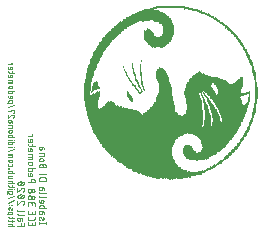
<source format=gbo>
G04 EAGLE Gerber RS-274X export*
G75*
%MOMM*%
%FSLAX34Y34*%
%LPD*%
%INSilkscreen Bottom*%
%IPPOS*%
%AMOC8*
5,1,8,0,0,1.08239X$1,22.5*%
G01*
%ADD10R,0.063500X1.013463*%
%ADD11R,0.063500X1.780538*%
%ADD12R,0.063500X2.796538*%
%ADD13R,0.063500X1.272538*%
%ADD14R,0.063500X0.949963*%
%ADD15R,0.063500X0.886463*%
%ADD16R,0.063500X0.822963*%
%ADD17R,0.063500X0.759463*%
%ADD18R,0.063500X0.695963*%
%ADD19R,0.063500X0.701037*%
%ADD20R,0.063500X0.637537*%
%ADD21R,0.063500X0.508000*%
%ADD22R,0.063500X0.510537*%
%ADD23R,0.063500X0.571500*%
%ADD24R,0.063500X0.568963*%
%ADD25R,0.063500X0.444500*%
%ADD26R,0.063500X0.825500*%
%ADD27R,0.063500X0.127000*%
%ADD28R,0.063500X0.447038*%
%ADD29R,0.063500X0.190500*%
%ADD30R,0.063500X0.381000*%
%ADD31R,0.063500X0.378463*%
%ADD32R,0.063500X0.441963*%
%ADD33R,0.063500X0.762000*%
%ADD34R,0.063500X1.076963*%
%ADD35R,0.063500X0.383538*%
%ADD36R,0.063500X1.203963*%
%ADD37R,0.063500X0.254000*%
%ADD38R,0.063500X1.460500*%
%ADD39R,0.063500X0.828038*%
%ADD40R,0.063500X0.320038*%
%ADD41R,0.063500X1.907538*%
%ADD42R,0.063500X1.018538*%
%ADD43R,0.063500X2.159000*%
%ADD44R,0.063500X1.651000*%
%ADD45R,0.063500X0.317500*%
%ADD46R,0.063500X0.314963*%
%ADD47R,0.063500X2.349500*%
%ADD48R,0.063500X4.127500*%
%ADD49R,0.063500X4.191000*%
%ADD50R,0.063500X4.257038*%
%ADD51R,0.063500X4.320538*%
%ADD52R,0.063500X4.381500*%
%ADD53R,0.063500X0.251463*%
%ADD54R,0.063500X4.378963*%
%ADD55R,0.063500X4.505962*%
%ADD56R,0.063500X4.569463*%
%ADD57R,0.063500X4.699000*%
%ADD58R,0.063500X4.762500*%
%ADD59R,0.063500X4.826000*%
%ADD60R,0.063500X5.013962*%
%ADD61R,0.063500X5.080000*%
%ADD62R,0.063500X0.256538*%
%ADD63R,0.063500X5.270500*%
%ADD64R,0.063500X5.397500*%
%ADD65R,0.063500X5.524500*%
%ADD66R,0.063500X5.588000*%
%ADD67R,0.063500X5.715000*%
%ADD68R,0.063500X5.778500*%
%ADD69R,0.063500X5.908038*%
%ADD70R,0.063500X2.410462*%
%ADD71R,0.063500X3.302000*%
%ADD72R,0.063500X2.473963*%
%ADD73R,0.063500X3.111500*%
%ADD74R,0.063500X0.193038*%
%ADD75R,0.063500X2.857500*%
%ADD76R,0.063500X2.923538*%
%ADD77R,0.063500X3.048000*%
%ADD78R,0.063500X3.299463*%
%ADD79R,0.063500X2.730500*%
%ADD80R,0.063500X0.187963*%
%ADD81R,0.063500X3.426462*%
%ADD82R,0.063500X1.209037*%
%ADD83R,0.063500X0.955038*%
%ADD84R,0.063500X3.556000*%
%ADD85R,0.063500X0.764538*%
%ADD86R,0.063500X3.810000*%
%ADD87R,0.063500X0.891538*%
%ADD88R,0.063500X3.934462*%
%ADD89R,0.063500X4.061463*%
%ADD90R,0.063500X4.251963*%
%ADD91R,0.063500X0.952500*%
%ADD92R,0.063500X0.574037*%
%ADD93R,0.063500X4.315463*%
%ADD94R,0.063500X2.854963*%
%ADD95R,0.063500X1.267463*%
%ADD96R,0.063500X2.540000*%
%ADD97R,0.063500X3.238500*%
%ADD98R,0.063500X3.619500*%
%ADD99R,0.063500X1.778000*%
%ADD100R,0.063500X3.807463*%
%ADD101R,0.063500X1.714500*%
%ADD102R,0.063500X4.318000*%
%ADD103R,0.063500X4.508500*%
%ADD104R,0.063500X1.524000*%
%ADD105R,0.063500X3.429000*%
%ADD106R,0.063500X0.889000*%
%ADD107R,0.063500X2.984500*%
%ADD108R,0.063500X1.397000*%
%ADD109R,0.063500X1.270000*%
%ADD110R,0.063500X1.587500*%
%ADD111R,0.063500X3.172462*%
%ADD112R,0.063500X3.495038*%
%ADD113R,0.063500X0.698500*%
%ADD114R,0.063500X3.622038*%
%ADD115R,0.063500X0.635000*%
%ADD116R,0.063500X3.683000*%
%ADD117R,0.063500X1.841500*%
%ADD118R,0.063500X5.651500*%
%ADD119R,0.063500X5.334000*%
%ADD120R,0.063500X5.143500*%
%ADD121R,0.063500X5.016500*%
%ADD122R,0.063500X4.953000*%
%ADD123R,0.063500X1.079500*%
%ADD124R,0.063500X1.206500*%
%ADD125R,0.063500X4.635500*%
%ADD126R,0.063500X4.445000*%
%ADD127R,0.063500X1.145538*%
%ADD128R,0.063500X1.968500*%
%ADD129R,0.063500X1.016000*%
%ADD130R,0.063500X1.838963*%
%ADD131R,0.063500X1.330963*%
%ADD132R,0.063500X1.711963*%
%ADD133R,0.063500X1.905000*%
%ADD134R,0.063500X1.143000*%
%ADD135R,0.063500X2.032000*%
%ADD136R,0.063500X2.156462*%
%ADD137R,0.063500X2.286000*%
%ADD138R,0.063500X2.413000*%
%ADD139R,0.063500X2.794000*%
%ADD140R,0.063500X1.648463*%
%ADD141R,0.063500X1.457963*%
%ADD142R,0.063500X7.871463*%
%ADD143R,0.063500X8.061962*%
%ADD144R,0.063500X1.965963*%
%ADD145R,0.063500X8.255000*%
%ADD146R,0.063500X2.095500*%
%ADD147R,0.063500X8.445500*%
%ADD148R,0.063500X2.219963*%
%ADD149R,0.063500X8.572500*%
%ADD150R,0.063500X8.763000*%
%ADD151R,0.063500X8.890000*%
%ADD152R,0.063500X9.017000*%
%ADD153R,0.063500X2.664462*%
%ADD154R,0.063500X9.144000*%
%ADD155R,0.063500X9.204963*%
%ADD156R,0.063500X9.268463*%
%ADD157R,0.063500X1.333500*%
%ADD158R,0.063500X9.331963*%
%ADD159R,0.063500X9.395463*%
%ADD160R,0.063500X1.140463*%
%ADD161R,0.063500X7.493000*%
%ADD162R,0.063500X7.239000*%
%ADD163R,0.063500X7.048500*%
%ADD164R,0.063500X6.860538*%
%ADD165R,0.063500X6.733538*%
%ADD166R,0.063500X6.479538*%
%ADD167R,0.063500X6.413500*%
%ADD168R,0.063500X6.286500*%
%ADD169R,0.063500X1.082037*%
%ADD170R,0.063500X6.093463*%
%ADD171R,0.063500X6.029962*%
%ADD172R,0.063500X1.336037*%
%ADD173R,0.063500X5.966463*%
%ADD174R,0.063500X1.399538*%
%ADD175R,0.063500X5.902963*%
%ADD176R,0.063500X5.775963*%
%ADD177R,0.063500X5.712462*%
%ADD178R,0.063500X5.458463*%
%ADD179R,0.063500X5.394963*%
%ADD180R,0.063500X0.063500*%
%ADD181R,0.063500X5.207000*%
%ADD182R,0.063500X5.146038*%
%ADD183R,0.063500X5.082537*%
%ADD184R,0.063500X5.140963*%
%ADD185R,0.063500X5.204462*%
%ADD186R,0.063500X5.209538*%
%ADD187R,0.063500X0.129537*%
%ADD188R,0.063500X5.077463*%
%ADD189R,0.063500X4.950463*%
%ADD190R,0.063500X4.886963*%
%ADD191R,0.063500X0.124463*%
%ADD192R,0.063500X4.823463*%
%ADD193R,0.063500X4.696462*%
%ADD194R,0.063500X4.632963*%
%ADD195R,0.063500X4.572000*%
%ADD196R,0.063500X4.447538*%
%ADD197R,0.063500X4.384037*%
%ADD198R,0.063500X4.188462*%
%ADD199R,0.063500X3.997963*%
%ADD200R,0.063500X3.746500*%
%ADD201R,0.063500X3.616963*%
%ADD202R,0.063500X3.489963*%
%ADD203R,0.063500X3.362963*%
%ADD204R,0.063500X3.045463*%
%ADD205R,0.063500X2.981963*%
%ADD206R,0.063500X2.667000*%
%ADD207R,0.063500X4.000500*%
%ADD208R,0.063500X1.521463*%
%ADD209R,0.063500X3.304538*%
%ADD210R,0.063500X3.114038*%
%ADD211R,0.063500X0.505463*%
%ADD212R,0.063500X2.603500*%
%ADD213R,0.063500X2.161538*%
%ADD214R,0.063500X2.476500*%
%ADD215R,0.063500X4.955538*%
%ADD216R,0.063500X4.124963*%
%ADD217R,0.063500X3.743963*%
%ADD218R,0.063500X3.241038*%
%ADD219R,0.063500X2.415538*%
%ADD220C,0.050800*%


D10*
X222250Y121603D03*
D11*
X221615Y121603D03*
D12*
X220980Y121603D03*
D13*
X220345Y111443D03*
X220345Y132398D03*
D14*
X219710Y107315D03*
D15*
X219710Y136208D03*
D16*
X219075Y104140D03*
X219075Y139700D03*
D17*
X218440Y101918D03*
D18*
X218440Y141605D03*
D19*
X217805Y99695D03*
D20*
X217805Y143828D03*
D21*
X217170Y97485D03*
D22*
X217170Y146368D03*
D23*
X216535Y95898D03*
D22*
X216535Y147638D03*
D24*
X215900Y93980D03*
D23*
X215900Y120028D03*
D21*
X215900Y149555D03*
D25*
X215265Y92723D03*
D26*
X215265Y118123D03*
D21*
X215265Y150825D03*
D22*
X214630Y91123D03*
D20*
X214630Y114618D03*
D27*
X214630Y121615D03*
D21*
X214630Y152095D03*
D28*
X213995Y89535D03*
D22*
X213995Y111443D03*
D29*
X213995Y121298D03*
D25*
X213995Y153683D03*
D30*
X213360Y88595D03*
D24*
X213360Y109855D03*
D27*
X213360Y120980D03*
D31*
X213360Y154623D03*
D32*
X212725Y87630D03*
D33*
X212725Y108255D03*
D29*
X212725Y120663D03*
D32*
X212725Y156210D03*
X212090Y86360D03*
D16*
X212090Y107315D03*
D29*
X212090Y120663D03*
D31*
X212090Y157163D03*
X211455Y85408D03*
D14*
X211455Y106045D03*
D29*
X211455Y120028D03*
D30*
X211455Y158420D03*
X210820Y84150D03*
D34*
X210820Y105410D03*
D29*
X210820Y120028D03*
D35*
X210820Y159703D03*
X210185Y82868D03*
D36*
X210185Y104775D03*
D37*
X210185Y119710D03*
D35*
X210185Y160338D03*
X209550Y82233D03*
D38*
X209550Y104127D03*
D37*
X209550Y119710D03*
D39*
X209550Y130810D03*
D35*
X209550Y161608D03*
D40*
X208915Y81280D03*
D41*
X208915Y105728D03*
D37*
X208915Y119710D03*
D42*
X208915Y129858D03*
D40*
X208915Y162560D03*
D30*
X208280Y80340D03*
D43*
X208280Y105105D03*
D44*
X208280Y126695D03*
D45*
X208280Y163208D03*
D46*
X207645Y79375D03*
D47*
X207645Y104788D03*
D44*
X207645Y126060D03*
D45*
X207645Y164478D03*
D31*
X207010Y78423D03*
D48*
X207010Y113043D03*
D45*
X207010Y165113D03*
X206375Y77483D03*
D49*
X206375Y112090D03*
D45*
X206375Y165748D03*
X205740Y76848D03*
D50*
X205740Y111125D03*
D37*
X205740Y166700D03*
D35*
X205105Y75883D03*
D50*
X205105Y110490D03*
D45*
X205105Y167653D03*
D40*
X204470Y74930D03*
D51*
X204470Y109538D03*
D46*
X204470Y168275D03*
D45*
X203835Y74308D03*
D51*
X203835Y108903D03*
D37*
X203835Y169240D03*
D45*
X203200Y73673D03*
D52*
X203200Y107963D03*
D53*
X203200Y169863D03*
D45*
X202565Y73038D03*
D54*
X202565Y107315D03*
D37*
X202565Y170510D03*
D46*
X201930Y72390D03*
D55*
X201930Y106680D03*
D37*
X201930Y171120D03*
D45*
X201295Y71742D03*
D55*
X201295Y106045D03*
D37*
X201295Y171780D03*
D40*
X200660Y71120D03*
D56*
X200660Y105728D03*
D37*
X200660Y172390D03*
D45*
X200025Y70498D03*
D57*
X200025Y105080D03*
D37*
X200025Y173050D03*
D45*
X199390Y69863D03*
D58*
X199390Y104762D03*
D37*
X199390Y173660D03*
D45*
X198755Y69228D03*
D59*
X198755Y104445D03*
D37*
X198755Y174320D03*
D46*
X198120Y68580D03*
D60*
X198120Y104140D03*
D37*
X198120Y174930D03*
D46*
X197485Y67945D03*
D61*
X197485Y104470D03*
D37*
X197485Y175590D03*
D62*
X196850Y66993D03*
D63*
X196850Y104153D03*
D62*
X196850Y176213D03*
D40*
X196215Y66675D03*
D64*
X196215Y104153D03*
D37*
X196215Y176860D03*
D45*
X195580Y66053D03*
D65*
X195580Y104153D03*
D45*
X195580Y177178D03*
D37*
X194945Y65735D03*
D66*
X194945Y103835D03*
D29*
X194945Y177813D03*
D37*
X194310Y65100D03*
D67*
X194310Y103835D03*
D29*
X194310Y178448D03*
D53*
X193675Y64453D03*
D68*
X193675Y103518D03*
D37*
X193675Y178765D03*
D53*
X193040Y63818D03*
D69*
X193040Y103505D03*
D37*
X193040Y179400D03*
D53*
X192405Y63818D03*
D69*
X192405Y103505D03*
D29*
X192405Y179718D03*
D62*
X191770Y63183D03*
D70*
X191770Y84773D03*
D71*
X191770Y116535D03*
D29*
X191770Y180353D03*
D62*
X191135Y62548D03*
D72*
X191135Y85090D03*
D73*
X191135Y118123D03*
D53*
X191135Y180658D03*
D74*
X190500Y62230D03*
D75*
X190500Y86373D03*
D76*
X190500Y119063D03*
D37*
X190500Y181305D03*
X189865Y61925D03*
D77*
X189865Y86690D03*
D12*
X189865Y119698D03*
D29*
X189865Y181623D03*
D37*
X189230Y61290D03*
D78*
X189230Y87313D03*
D79*
X189230Y120663D03*
D53*
X189230Y181928D03*
D80*
X188595Y60960D03*
D81*
X188595Y87948D03*
D82*
X188595Y114300D03*
D83*
X188595Y129540D03*
D37*
X188595Y182575D03*
D53*
X187960Y60643D03*
D84*
X187960Y87935D03*
D42*
X187960Y114618D03*
D85*
X187960Y130493D03*
D74*
X187960Y182880D03*
D53*
X187325Y60008D03*
D86*
X187325Y88570D03*
D87*
X187325Y115253D03*
D19*
X187325Y130810D03*
D37*
X187325Y183185D03*
D29*
X186690Y59703D03*
D88*
X186690Y88583D03*
D83*
X186690Y116205D03*
D19*
X186690Y131445D03*
D37*
X186690Y183845D03*
D62*
X186055Y59373D03*
D89*
X186055Y89218D03*
D83*
X186055Y117475D03*
D20*
X186055Y131763D03*
D74*
X186055Y184150D03*
X185420Y59055D03*
D90*
X185420Y89535D03*
D91*
X185420Y118758D03*
D92*
X185420Y132080D03*
D37*
X185420Y184455D03*
X184785Y58750D03*
D93*
X184785Y89853D03*
D10*
X184785Y119063D03*
D92*
X184785Y132080D03*
D80*
X184785Y184785D03*
D37*
X184150Y58115D03*
D94*
X184150Y81915D03*
D95*
X184150Y106363D03*
D10*
X184150Y120333D03*
D92*
X184150Y132080D03*
D74*
X184150Y185420D03*
D29*
X183515Y57798D03*
D96*
X183515Y80340D03*
D26*
X183515Y108572D03*
D10*
X183515Y120968D03*
D20*
X183515Y131763D03*
D74*
X183515Y185420D03*
D62*
X182880Y57468D03*
D97*
X182880Y83198D03*
D33*
X182880Y110185D03*
D10*
X182880Y121603D03*
D19*
X182880Y131445D03*
D80*
X182880Y186055D03*
D29*
X182245Y57137D03*
D98*
X182245Y84468D03*
D92*
X182245Y111760D03*
D99*
X182245Y126695D03*
D80*
X182245Y186055D03*
D53*
X181610Y56833D03*
D100*
X181610Y85408D03*
D28*
X181610Y113030D03*
D101*
X181610Y127013D03*
D37*
X181610Y186385D03*
D29*
X180975Y56528D03*
D49*
X180975Y86665D03*
D28*
X180975Y114300D03*
D44*
X180975Y127330D03*
D37*
X180975Y186995D03*
X180340Y56210D03*
D102*
X180340Y87300D03*
D45*
X180340Y115583D03*
D44*
X180340Y127965D03*
D80*
X180340Y187325D03*
D29*
X179705Y55893D03*
D103*
X179705Y88252D03*
D37*
X179705Y116535D03*
D104*
X179705Y128600D03*
D80*
X179705Y187325D03*
D29*
X179070Y55893D03*
D57*
X179070Y88570D03*
D27*
X179070Y117805D03*
D38*
X179070Y128918D03*
D74*
X179070Y187960D03*
D29*
X178435Y55232D03*
D59*
X178435Y89205D03*
D27*
X178435Y118440D03*
D38*
X178435Y128918D03*
D74*
X178435Y187960D03*
D29*
X177800Y55232D03*
D105*
X177800Y81610D03*
D106*
X177800Y110820D03*
D27*
X177800Y119710D03*
D38*
X177800Y129553D03*
D80*
X177800Y188595D03*
D29*
X177165Y54623D03*
D107*
X177165Y79388D03*
D22*
X177165Y113983D03*
D27*
X177165Y120345D03*
D108*
X177165Y129870D03*
D80*
X177165Y188595D03*
D29*
X176530Y54623D03*
D75*
X176530Y78753D03*
D28*
X176530Y115570D03*
D27*
X176530Y121615D03*
D38*
X176530Y130188D03*
D74*
X176530Y189230D03*
D37*
X175895Y54305D03*
D14*
X175895Y69215D03*
D44*
X175895Y84150D03*
D109*
X175895Y100025D03*
D37*
X175895Y117805D03*
D110*
X175895Y129553D03*
D74*
X175895Y189230D03*
D29*
X175260Y53988D03*
D26*
X175260Y68593D03*
D111*
X175260Y94298D03*
D29*
X175260Y119393D03*
D44*
X175260Y129870D03*
D74*
X175260Y189230D03*
D62*
X174625Y53658D03*
D33*
X174625Y68275D03*
D112*
X174625Y97155D03*
D99*
X174625Y129235D03*
D37*
X174625Y189535D03*
D62*
X173990Y53658D03*
D113*
X173990Y67958D03*
D114*
X173990Y99060D03*
D99*
X173990Y129870D03*
D80*
X173990Y189865D03*
D62*
X173355Y53658D03*
D115*
X173355Y67640D03*
D116*
X173355Y100660D03*
D117*
X173355Y130188D03*
D37*
X173355Y190195D03*
D40*
X172720Y53340D03*
D115*
X172720Y67640D03*
D118*
X172720Y111138D03*
D74*
X172720Y190500D03*
D37*
X172085Y53010D03*
D115*
X172085Y67640D03*
D66*
X172085Y111455D03*
D74*
X172085Y190500D03*
D37*
X171450Y53010D03*
D113*
X171450Y67323D03*
D64*
X171450Y111138D03*
D37*
X171450Y190805D03*
X170815Y53010D03*
D113*
X170815Y67323D03*
D119*
X170815Y111455D03*
D80*
X170815Y191135D03*
D46*
X170180Y52705D03*
D33*
X170180Y67640D03*
D63*
X170180Y111138D03*
D80*
X170180Y191135D03*
D46*
X169545Y52705D03*
D113*
X169545Y67958D03*
D120*
X169545Y111138D03*
D80*
X169545Y191135D03*
D46*
X168910Y52705D03*
D33*
X168910Y68275D03*
D121*
X168910Y111138D03*
D74*
X168910Y191770D03*
D31*
X168275Y52388D03*
D26*
X168275Y68593D03*
D121*
X168275Y111138D03*
D74*
X168275Y191770D03*
D31*
X167640Y52388D03*
D14*
X167640Y69215D03*
D122*
X167640Y110820D03*
D74*
X167640Y191770D03*
D31*
X167005Y52388D03*
D123*
X167005Y69863D03*
D59*
X167005Y110820D03*
D29*
X167005Y192418D03*
D31*
X166370Y52388D03*
D124*
X166370Y70498D03*
D58*
X166370Y110503D03*
D29*
X166370Y192418D03*
D32*
X165735Y52070D03*
D124*
X165735Y70498D03*
D57*
X165735Y110185D03*
D29*
X165735Y192418D03*
D32*
X165100Y52070D03*
D109*
X165100Y70815D03*
D125*
X165100Y109868D03*
D29*
X165100Y192418D03*
D21*
X164465Y52400D03*
D109*
X164465Y70815D03*
D103*
X164465Y109233D03*
D29*
X164465Y192418D03*
D21*
X163830Y52400D03*
D82*
X163830Y71120D03*
D126*
X163830Y108915D03*
D37*
X163830Y192735D03*
D92*
X163195Y52070D03*
D127*
X163195Y71438D03*
D102*
X163195Y108280D03*
D74*
X163195Y193040D03*
D92*
X162560Y52070D03*
D127*
X162560Y71438D03*
D128*
X162560Y96533D03*
D44*
X162560Y120320D03*
D74*
X162560Y193040D03*
D20*
X161925Y52388D03*
D129*
X161925Y71450D03*
D130*
X161925Y95885D03*
D131*
X161925Y120650D03*
D74*
X161925Y193040D03*
D20*
X161290Y52388D03*
D91*
X161290Y71768D03*
D132*
X161290Y95250D03*
D15*
X161290Y120968D03*
D74*
X161290Y193040D03*
D20*
X160655Y52388D03*
D26*
X160655Y71768D03*
D101*
X160655Y94628D03*
D30*
X160655Y120980D03*
D62*
X160655Y193358D03*
D17*
X160020Y52388D03*
D23*
X160020Y71768D03*
D44*
X160020Y94310D03*
D29*
X160020Y193688D03*
D17*
X159385Y52388D03*
D29*
X159385Y71768D03*
D101*
X159385Y93993D03*
D29*
X159385Y193688D03*
D26*
X158750Y52718D03*
D44*
X158750Y93675D03*
D29*
X158750Y193688D03*
D26*
X158115Y52718D03*
D44*
X158115Y93675D03*
D29*
X158115Y193688D03*
D106*
X157480Y53035D03*
D101*
X157480Y93358D03*
D29*
X157480Y193688D03*
D14*
X156845Y53340D03*
D99*
X156845Y93040D03*
D29*
X156845Y193688D03*
D14*
X156210Y53340D03*
D117*
X156210Y93358D03*
D29*
X156210Y194323D03*
D129*
X155575Y53670D03*
D133*
X155575Y93040D03*
D29*
X155575Y194323D03*
D134*
X154940Y54305D03*
D135*
X154940Y93040D03*
D29*
X154940Y194323D03*
D134*
X154305Y54305D03*
D136*
X154305Y93028D03*
D29*
X154305Y194323D03*
D95*
X153670Y54928D03*
D137*
X153670Y93015D03*
D29*
X153670Y194323D03*
D131*
X153035Y55245D03*
D138*
X153035Y93015D03*
D29*
X153035Y194323D03*
D38*
X152400Y55893D03*
D139*
X152400Y93650D03*
D29*
X152400Y194323D03*
D110*
X151765Y56528D03*
D111*
X151765Y94933D03*
D29*
X151765Y194323D03*
D140*
X151130Y56833D03*
D116*
X151130Y95580D03*
D26*
X151130Y174638D03*
D29*
X151130Y194323D03*
D128*
X150495Y57798D03*
D102*
X150495Y96850D03*
D124*
X150495Y174638D03*
D29*
X150495Y194323D03*
D137*
X149860Y59385D03*
D122*
X149860Y96850D03*
D141*
X149860Y174625D03*
D29*
X149860Y194323D03*
D142*
X149225Y87313D03*
D132*
X149225Y174625D03*
D29*
X149225Y194323D03*
D143*
X148590Y88265D03*
D144*
X148590Y174625D03*
D29*
X148590Y194323D03*
D145*
X147955Y89230D03*
D146*
X147955Y174638D03*
D29*
X147955Y194323D03*
D147*
X147320Y90818D03*
D148*
X147320Y174625D03*
D29*
X147320Y194323D03*
D149*
X146685Y91453D03*
D47*
X146685Y174638D03*
D29*
X146685Y194323D03*
D150*
X146050Y92405D03*
D70*
X146050Y174943D03*
D29*
X146050Y194323D03*
D151*
X145415Y93040D03*
D96*
X145415Y174955D03*
D29*
X145415Y194323D03*
D152*
X144780Y93675D03*
D153*
X144780Y174943D03*
D29*
X144780Y194323D03*
D154*
X144145Y94310D03*
D79*
X144145Y174612D03*
D29*
X144145Y194323D03*
D155*
X143510Y94615D03*
D12*
X143510Y174943D03*
D29*
X143510Y194323D03*
D156*
X142875Y94933D03*
D157*
X142875Y166992D03*
D38*
X142875Y181623D03*
D29*
X142875Y194323D03*
D158*
X142240Y95250D03*
D123*
X142240Y165722D03*
D36*
X142240Y183515D03*
D29*
X142240Y194323D03*
D159*
X141605Y95568D03*
D129*
X141605Y164770D03*
D160*
X141605Y183833D03*
D29*
X141605Y194323D03*
D159*
X140970Y95568D03*
D83*
X140970Y164465D03*
D123*
X140970Y184798D03*
D29*
X140970Y193688D03*
D159*
X140335Y95568D03*
D83*
X140335Y164465D03*
D129*
X140335Y185115D03*
D29*
X140335Y193688D03*
D159*
X139700Y95568D03*
D87*
X139700Y164148D03*
D129*
X139700Y185115D03*
D29*
X139700Y193688D03*
D161*
X139065Y86055D03*
D38*
X139065Y135242D03*
D87*
X139065Y164148D03*
D10*
X139065Y185738D03*
D29*
X139065Y193688D03*
D162*
X138430Y84785D03*
D36*
X138430Y135890D03*
D87*
X138430Y164148D03*
D14*
X138430Y186055D03*
D29*
X138430Y193688D03*
D163*
X137795Y83833D03*
D10*
X137795Y136208D03*
D87*
X137795Y164148D03*
D14*
X137795Y186055D03*
D29*
X137795Y193688D03*
D164*
X137160Y83503D03*
D17*
X137160Y136843D03*
D87*
X137160Y164148D03*
D83*
X137160Y186690D03*
D29*
X137160Y193688D03*
D165*
X136525Y82868D03*
D25*
X136525Y136538D03*
D87*
X136525Y164148D03*
D83*
X136525Y186690D03*
D74*
X136525Y193040D03*
D166*
X135890Y81598D03*
D83*
X135890Y164465D03*
X135890Y186690D03*
D74*
X135890Y193040D03*
D167*
X135255Y81267D03*
D83*
X135255Y164465D03*
X135255Y186690D03*
D74*
X135255Y193040D03*
D168*
X134620Y80632D03*
D169*
X134620Y165100D03*
D82*
X134620Y187960D03*
D170*
X133985Y80328D03*
D82*
X133985Y165735D03*
D134*
X133985Y188290D03*
D171*
X133350Y80010D03*
D172*
X133350Y166370D03*
D123*
X133350Y187973D03*
D173*
X132715Y79693D03*
D174*
X132715Y167323D03*
D123*
X132715Y187973D03*
D175*
X132080Y79375D03*
D172*
X132080Y167640D03*
D123*
X132080Y187973D03*
D176*
X131445Y79375D03*
D108*
X131445Y167945D03*
D123*
X131445Y187973D03*
D177*
X130810Y79058D03*
D131*
X130810Y168275D03*
D129*
X130810Y187655D03*
D118*
X130175Y78753D03*
D157*
X130175Y168923D03*
D129*
X130175Y187655D03*
D66*
X129540Y78435D03*
D109*
X129540Y169240D03*
D129*
X129540Y187655D03*
D65*
X128905Y78753D03*
D124*
X128905Y169558D03*
D14*
X128905Y187325D03*
D178*
X128270Y78423D03*
D34*
X128270Y169545D03*
D14*
X128270Y187325D03*
D179*
X127635Y78105D03*
D106*
X127635Y169875D03*
D14*
X127635Y187325D03*
D63*
X127000Y78092D03*
D180*
X127000Y122568D03*
D26*
X127000Y170193D03*
D14*
X127000Y187325D03*
D181*
X126365Y77775D03*
D53*
X126365Y124143D03*
D74*
X126365Y170815D03*
D14*
X126365Y187325D03*
D181*
X125730Y77775D03*
D45*
X125730Y125717D03*
D83*
X125730Y186690D03*
D182*
X125095Y77470D03*
D180*
X125095Y121933D03*
D22*
X125095Y128588D03*
D83*
X125095Y186690D03*
D183*
X124460Y77788D03*
D27*
X124460Y122250D03*
D28*
X124460Y130810D03*
D106*
X124460Y186360D03*
D120*
X123825Y78092D03*
D80*
X123825Y123825D03*
D106*
X123825Y134950D03*
D29*
X123825Y147968D03*
D106*
X123825Y186360D03*
D184*
X123190Y78740D03*
D27*
X123190Y120980D03*
D29*
X123190Y125082D03*
D14*
X123190Y140335D03*
D106*
X123190Y186360D03*
D185*
X122555Y79058D03*
D27*
X122555Y121615D03*
D37*
X122555Y126035D03*
D39*
X122555Y186055D03*
D185*
X121920Y79058D03*
D27*
X121920Y122250D03*
D37*
X121920Y127305D03*
D106*
X121920Y185750D03*
D185*
X121285Y79693D03*
D27*
X121285Y122885D03*
D62*
X121285Y128588D03*
D16*
X121285Y185420D03*
D185*
X120650Y79693D03*
D80*
X120650Y123825D03*
D40*
X120650Y130175D03*
D16*
X120650Y185420D03*
D186*
X120015Y80328D03*
D80*
X120015Y124460D03*
D37*
X120015Y131775D03*
D15*
X120015Y185103D03*
D186*
X119380Y80328D03*
D29*
X119380Y125082D03*
D45*
X119380Y133363D03*
D26*
X119380Y184798D03*
D120*
X118745Y80658D03*
D37*
X118745Y126035D03*
D30*
X118745Y135585D03*
D106*
X118745Y184480D03*
D181*
X118110Y80975D03*
D29*
X118110Y126987D03*
D45*
X118110Y137173D03*
D16*
X118110Y184150D03*
D181*
X117475Y80975D03*
D29*
X117475Y127622D03*
D32*
X117475Y139700D03*
D15*
X117475Y183833D03*
D120*
X116840Y81293D03*
D29*
X116840Y115583D03*
X116840Y128257D03*
D22*
X116840Y144463D03*
D26*
X116840Y183528D03*
D185*
X116205Y81598D03*
D45*
X116205Y115583D03*
D187*
X116205Y129223D03*
D106*
X116205Y183210D03*
D120*
X115570Y81902D03*
D25*
X115570Y116218D03*
D74*
X115570Y130175D03*
D16*
X115570Y182880D03*
D188*
X114935Y82233D03*
D25*
X114935Y116853D03*
D27*
X114935Y131140D03*
D15*
X114935Y182563D03*
D188*
X114300Y82233D03*
D21*
X114300Y117805D03*
D29*
X114300Y132093D03*
D26*
X114300Y182258D03*
D60*
X113665Y82550D03*
D23*
X113665Y118123D03*
D29*
X113665Y133363D03*
D106*
X113665Y181940D03*
D60*
X113030Y82550D03*
D23*
X113030Y119393D03*
D29*
X113030Y133998D03*
D16*
X113030Y181610D03*
D121*
X112395Y83172D03*
D25*
X112395Y120028D03*
D29*
X112395Y135268D03*
D15*
X112395Y181293D03*
D121*
X111760Y83172D03*
D29*
X111760Y136538D03*
D87*
X111760Y180658D03*
D189*
X111125Y83503D03*
D29*
X111125Y137808D03*
D91*
X111125Y180353D03*
D190*
X110490Y83820D03*
D29*
X110490Y139078D03*
D15*
X110490Y180023D03*
D189*
X109855Y84138D03*
D191*
X109855Y140653D03*
D87*
X109855Y179388D03*
D190*
X109220Y84455D03*
D29*
X109220Y143497D03*
D91*
X109220Y179083D03*
D190*
X108585Y84455D03*
D15*
X108585Y178753D03*
D192*
X107950Y84773D03*
D87*
X107950Y178118D03*
D59*
X107315Y85395D03*
D15*
X107315Y177483D03*
D59*
X106680Y85395D03*
D91*
X106680Y177152D03*
D58*
X106045Y85712D03*
D91*
X106045Y176543D03*
D193*
X105410Y86043D03*
D83*
X105410Y175895D03*
D193*
X104775Y86678D03*
D129*
X104775Y175590D03*
D193*
X104140Y86678D03*
D42*
X104140Y174943D03*
D193*
X103505Y87313D03*
D129*
X103505Y174320D03*
D194*
X102870Y87630D03*
D129*
X102870Y173685D03*
D125*
X102235Y88252D03*
D129*
X102235Y173050D03*
D125*
X101600Y88887D03*
D123*
X101600Y172733D03*
D194*
X100965Y89535D03*
D123*
X100965Y172098D03*
D193*
X100330Y89853D03*
D123*
X100330Y171463D03*
D125*
X99695Y90818D03*
D34*
X99695Y170815D03*
D57*
X99060Y91135D03*
D123*
X99060Y170193D03*
D125*
X98425Y91453D03*
D34*
X98425Y169545D03*
D195*
X97790Y91770D03*
D123*
X97790Y168923D03*
D196*
X97155Y91758D03*
D160*
X97155Y167958D03*
D197*
X96520Y92075D03*
D134*
X96520Y167335D03*
D90*
X95885Y92075D03*
D134*
X95885Y166675D03*
D198*
X95250Y92393D03*
D82*
X95250Y165735D03*
D199*
X94615Y92710D03*
D124*
X94615Y165087D03*
D88*
X93980Y92393D03*
D82*
X93980Y164465D03*
D200*
X93345Y92697D03*
D109*
X93345Y163500D03*
D201*
X92710Y92710D03*
D82*
X92710Y162560D03*
D202*
X92075Y92710D03*
D109*
X92075Y161620D03*
D203*
X91440Y92710D03*
D157*
X91440Y160668D03*
D111*
X90805Y93028D03*
D157*
X90805Y160033D03*
D204*
X90170Y93028D03*
D157*
X90170Y158763D03*
D205*
X89535Y93345D03*
D108*
X89535Y157810D03*
D139*
X88900Y93650D03*
D29*
X88900Y121298D03*
D180*
X88900Y125082D03*
D38*
X88900Y156858D03*
D79*
X88265Y93967D03*
D25*
X88265Y120028D03*
D27*
X88265Y125400D03*
D38*
X88265Y155588D03*
D206*
X87630Y94920D03*
D113*
X87630Y118758D03*
D37*
X87630Y125400D03*
D38*
X87630Y154318D03*
D207*
X86995Y102248D03*
D37*
X86995Y125400D03*
D62*
X86995Y129223D03*
D208*
X86995Y153353D03*
D86*
X86360Y102565D03*
D19*
X86360Y127635D03*
D104*
X86360Y152070D03*
D200*
X85725Y102883D03*
D33*
X85725Y127330D03*
D44*
X85725Y150800D03*
D98*
X85090Y103518D03*
D113*
X85090Y127013D03*
D44*
X85090Y149530D03*
D105*
X84455Y103835D03*
D113*
X84455Y127013D03*
D140*
X84455Y148273D03*
D209*
X83820Y104458D03*
D113*
X83820Y126378D03*
D99*
X83820Y146380D03*
D210*
X83185Y104775D03*
D24*
X83185Y125730D03*
D117*
X83185Y144793D03*
D107*
X82550Y105423D03*
D211*
X82550Y124778D03*
D133*
X82550Y143205D03*
D79*
X81915Y106058D03*
D27*
X81915Y122250D03*
D128*
X81915Y140983D03*
D212*
X81280Y106693D03*
D213*
X81280Y139383D03*
D138*
X80645Y107010D03*
D214*
X80645Y135903D03*
D215*
X80010Y121603D03*
D194*
X79375Y121920D03*
D216*
X78740Y121920D03*
D217*
X78105Y121920D03*
D218*
X77470Y121920D03*
D219*
X76835Y121603D03*
D110*
X76200Y121933D03*
D220*
X42672Y11035D02*
X37084Y11035D01*
X37084Y10414D02*
X37084Y11656D01*
X42672Y11656D02*
X42672Y10414D01*
X39257Y14282D02*
X38636Y15834D01*
X39257Y14282D02*
X39279Y14231D01*
X39305Y14182D01*
X39334Y14134D01*
X39367Y14089D01*
X39403Y14046D01*
X39441Y14005D01*
X39483Y13968D01*
X39526Y13933D01*
X39572Y13901D01*
X39621Y13873D01*
X39671Y13848D01*
X39722Y13827D01*
X39775Y13809D01*
X39829Y13795D01*
X39884Y13785D01*
X39940Y13779D01*
X39995Y13776D01*
X40051Y13777D01*
X40107Y13783D01*
X40162Y13792D01*
X40216Y13804D01*
X40270Y13821D01*
X40322Y13841D01*
X40372Y13865D01*
X40421Y13892D01*
X40468Y13923D01*
X40512Y13957D01*
X40554Y13993D01*
X40594Y14033D01*
X40630Y14075D01*
X40664Y14120D01*
X40694Y14167D01*
X40721Y14215D01*
X40745Y14266D01*
X40765Y14318D01*
X40781Y14372D01*
X40794Y14426D01*
X40803Y14481D01*
X40808Y14537D01*
X40809Y14593D01*
X40810Y14592D02*
X40806Y14703D01*
X40800Y14814D01*
X40789Y14924D01*
X40775Y15034D01*
X40758Y15144D01*
X40738Y15253D01*
X40714Y15361D01*
X40686Y15468D01*
X40655Y15575D01*
X40621Y15680D01*
X40584Y15785D01*
X40543Y15888D01*
X40499Y15990D01*
X38636Y15834D02*
X38614Y15885D01*
X38588Y15934D01*
X38559Y15982D01*
X38526Y16027D01*
X38490Y16070D01*
X38452Y16111D01*
X38410Y16148D01*
X38367Y16183D01*
X38321Y16215D01*
X38272Y16243D01*
X38222Y16268D01*
X38171Y16289D01*
X38118Y16307D01*
X38064Y16321D01*
X38009Y16331D01*
X37953Y16337D01*
X37898Y16340D01*
X37842Y16339D01*
X37786Y16333D01*
X37731Y16324D01*
X37677Y16312D01*
X37623Y16295D01*
X37571Y16275D01*
X37521Y16251D01*
X37472Y16224D01*
X37425Y16193D01*
X37381Y16159D01*
X37339Y16123D01*
X37299Y16083D01*
X37263Y16041D01*
X37229Y15996D01*
X37199Y15949D01*
X37172Y15901D01*
X37148Y15850D01*
X37128Y15798D01*
X37112Y15744D01*
X37099Y15690D01*
X37090Y15635D01*
X37085Y15579D01*
X37084Y15523D01*
X37084Y15524D02*
X37087Y15390D01*
X37094Y15256D01*
X37105Y15122D01*
X37118Y14989D01*
X37136Y14856D01*
X37156Y14723D01*
X37180Y14591D01*
X37208Y14460D01*
X37238Y14329D01*
X37272Y14200D01*
X37310Y14071D01*
X37350Y13943D01*
X37394Y13816D01*
X39257Y19629D02*
X39257Y21026D01*
X39258Y19629D02*
X39256Y19565D01*
X39250Y19500D01*
X39241Y19437D01*
X39228Y19374D01*
X39211Y19312D01*
X39190Y19251D01*
X39166Y19191D01*
X39138Y19133D01*
X39107Y19076D01*
X39073Y19022D01*
X39035Y18969D01*
X38994Y18919D01*
X38951Y18872D01*
X38905Y18827D01*
X38856Y18785D01*
X38805Y18746D01*
X38751Y18710D01*
X38696Y18677D01*
X38638Y18648D01*
X38580Y18622D01*
X38519Y18599D01*
X38458Y18580D01*
X38395Y18565D01*
X38331Y18554D01*
X38268Y18546D01*
X38203Y18542D01*
X38139Y18542D01*
X38074Y18546D01*
X38011Y18554D01*
X37947Y18565D01*
X37884Y18580D01*
X37823Y18599D01*
X37762Y18622D01*
X37704Y18648D01*
X37646Y18677D01*
X37591Y18710D01*
X37537Y18746D01*
X37486Y18785D01*
X37437Y18827D01*
X37391Y18872D01*
X37348Y18919D01*
X37307Y18969D01*
X37269Y19022D01*
X37235Y19076D01*
X37204Y19133D01*
X37176Y19191D01*
X37152Y19251D01*
X37131Y19312D01*
X37114Y19374D01*
X37101Y19437D01*
X37092Y19500D01*
X37086Y19565D01*
X37084Y19629D01*
X37084Y21026D01*
X39878Y21026D01*
X39936Y21024D01*
X39995Y21019D01*
X40052Y21010D01*
X40110Y20997D01*
X40166Y20980D01*
X40221Y20961D01*
X40274Y20937D01*
X40327Y20911D01*
X40377Y20881D01*
X40425Y20848D01*
X40471Y20812D01*
X40515Y20774D01*
X40557Y20732D01*
X40595Y20688D01*
X40631Y20642D01*
X40664Y20594D01*
X40694Y20544D01*
X40720Y20491D01*
X40744Y20438D01*
X40763Y20383D01*
X40780Y20327D01*
X40793Y20269D01*
X40802Y20212D01*
X40807Y20153D01*
X40809Y20095D01*
X40809Y18853D01*
X42672Y23721D02*
X37084Y23721D01*
X37084Y25273D01*
X37086Y25331D01*
X37091Y25390D01*
X37100Y25447D01*
X37113Y25505D01*
X37130Y25561D01*
X37149Y25616D01*
X37173Y25669D01*
X37199Y25722D01*
X37229Y25772D01*
X37262Y25820D01*
X37298Y25866D01*
X37336Y25910D01*
X37378Y25952D01*
X37422Y25990D01*
X37468Y26026D01*
X37516Y26059D01*
X37566Y26089D01*
X37619Y26115D01*
X37672Y26139D01*
X37727Y26158D01*
X37783Y26175D01*
X37841Y26188D01*
X37898Y26197D01*
X37957Y26202D01*
X38015Y26204D01*
X39878Y26204D01*
X39936Y26202D01*
X39995Y26197D01*
X40052Y26188D01*
X40110Y26175D01*
X40166Y26158D01*
X40221Y26139D01*
X40274Y26115D01*
X40327Y26089D01*
X40377Y26059D01*
X40425Y26026D01*
X40471Y25990D01*
X40515Y25952D01*
X40557Y25910D01*
X40595Y25866D01*
X40631Y25820D01*
X40664Y25772D01*
X40694Y25722D01*
X40720Y25669D01*
X40744Y25616D01*
X40763Y25561D01*
X40780Y25505D01*
X40793Y25447D01*
X40802Y25390D01*
X40807Y25331D01*
X40809Y25273D01*
X40809Y23721D01*
X37084Y29378D02*
X37084Y30930D01*
X37084Y29378D02*
X37086Y29320D01*
X37091Y29261D01*
X37100Y29204D01*
X37113Y29146D01*
X37130Y29090D01*
X37149Y29035D01*
X37173Y28982D01*
X37199Y28929D01*
X37229Y28879D01*
X37262Y28831D01*
X37298Y28785D01*
X37336Y28741D01*
X37378Y28699D01*
X37422Y28661D01*
X37468Y28625D01*
X37516Y28592D01*
X37566Y28562D01*
X37619Y28536D01*
X37672Y28512D01*
X37727Y28493D01*
X37783Y28476D01*
X37841Y28463D01*
X37898Y28454D01*
X37957Y28449D01*
X38015Y28447D01*
X39568Y28447D01*
X39638Y28449D01*
X39707Y28455D01*
X39776Y28465D01*
X39844Y28478D01*
X39912Y28496D01*
X39978Y28517D01*
X40043Y28542D01*
X40107Y28570D01*
X40169Y28602D01*
X40229Y28637D01*
X40287Y28676D01*
X40342Y28718D01*
X40396Y28763D01*
X40446Y28811D01*
X40494Y28861D01*
X40539Y28915D01*
X40581Y28970D01*
X40620Y29028D01*
X40655Y29088D01*
X40687Y29150D01*
X40715Y29214D01*
X40740Y29279D01*
X40761Y29345D01*
X40779Y29413D01*
X40792Y29481D01*
X40802Y29550D01*
X40808Y29619D01*
X40810Y29689D01*
X40808Y29759D01*
X40802Y29828D01*
X40792Y29897D01*
X40779Y29965D01*
X40761Y30033D01*
X40740Y30099D01*
X40715Y30164D01*
X40687Y30228D01*
X40655Y30290D01*
X40620Y30350D01*
X40581Y30408D01*
X40539Y30463D01*
X40494Y30517D01*
X40446Y30567D01*
X40396Y30615D01*
X40342Y30660D01*
X40287Y30702D01*
X40229Y30741D01*
X40169Y30776D01*
X40107Y30808D01*
X40043Y30836D01*
X39978Y30861D01*
X39912Y30882D01*
X39844Y30900D01*
X39776Y30913D01*
X39707Y30923D01*
X39638Y30929D01*
X39568Y30931D01*
X39568Y30930D02*
X38947Y30930D01*
X38947Y28447D01*
X38015Y33271D02*
X42672Y33271D01*
X38015Y33271D02*
X37957Y33273D01*
X37898Y33278D01*
X37841Y33287D01*
X37783Y33300D01*
X37727Y33317D01*
X37672Y33336D01*
X37619Y33360D01*
X37566Y33386D01*
X37516Y33416D01*
X37468Y33449D01*
X37422Y33485D01*
X37378Y33523D01*
X37336Y33565D01*
X37298Y33609D01*
X37262Y33655D01*
X37229Y33703D01*
X37199Y33753D01*
X37173Y33806D01*
X37149Y33859D01*
X37130Y33914D01*
X37113Y33970D01*
X37100Y34028D01*
X37091Y34085D01*
X37086Y34144D01*
X37084Y34202D01*
X38015Y36197D02*
X42672Y36197D01*
X38015Y36197D02*
X37957Y36199D01*
X37898Y36204D01*
X37841Y36213D01*
X37783Y36226D01*
X37727Y36243D01*
X37672Y36262D01*
X37619Y36286D01*
X37566Y36312D01*
X37516Y36342D01*
X37468Y36375D01*
X37422Y36411D01*
X37378Y36449D01*
X37336Y36491D01*
X37298Y36535D01*
X37262Y36581D01*
X37229Y36629D01*
X37199Y36679D01*
X37173Y36732D01*
X37149Y36785D01*
X37130Y36840D01*
X37113Y36896D01*
X37100Y36954D01*
X37091Y37011D01*
X37086Y37070D01*
X37084Y37128D01*
X39257Y40111D02*
X39257Y41508D01*
X39258Y40111D02*
X39256Y40047D01*
X39250Y39982D01*
X39241Y39919D01*
X39228Y39856D01*
X39211Y39794D01*
X39190Y39733D01*
X39166Y39673D01*
X39138Y39615D01*
X39107Y39558D01*
X39073Y39504D01*
X39035Y39451D01*
X38994Y39401D01*
X38951Y39354D01*
X38905Y39309D01*
X38856Y39267D01*
X38805Y39228D01*
X38751Y39192D01*
X38696Y39159D01*
X38638Y39130D01*
X38580Y39104D01*
X38519Y39081D01*
X38458Y39062D01*
X38395Y39047D01*
X38331Y39036D01*
X38268Y39028D01*
X38203Y39024D01*
X38139Y39024D01*
X38074Y39028D01*
X38011Y39036D01*
X37947Y39047D01*
X37884Y39062D01*
X37823Y39081D01*
X37762Y39104D01*
X37704Y39130D01*
X37646Y39159D01*
X37591Y39192D01*
X37537Y39228D01*
X37486Y39267D01*
X37437Y39309D01*
X37391Y39354D01*
X37348Y39401D01*
X37307Y39451D01*
X37269Y39504D01*
X37235Y39558D01*
X37204Y39615D01*
X37176Y39673D01*
X37152Y39733D01*
X37131Y39794D01*
X37114Y39856D01*
X37101Y39919D01*
X37092Y39982D01*
X37086Y40047D01*
X37084Y40111D01*
X37084Y41508D01*
X39878Y41508D01*
X39936Y41506D01*
X39995Y41501D01*
X40052Y41492D01*
X40110Y41479D01*
X40166Y41462D01*
X40221Y41443D01*
X40274Y41419D01*
X40327Y41393D01*
X40377Y41363D01*
X40425Y41330D01*
X40471Y41294D01*
X40515Y41256D01*
X40557Y41214D01*
X40595Y41170D01*
X40631Y41124D01*
X40664Y41076D01*
X40694Y41026D01*
X40720Y40973D01*
X40744Y40920D01*
X40763Y40865D01*
X40780Y40809D01*
X40793Y40751D01*
X40802Y40694D01*
X40807Y40635D01*
X40809Y40577D01*
X40809Y39335D01*
X42672Y47156D02*
X37084Y47156D01*
X42672Y47156D02*
X42672Y48708D01*
X42670Y48784D01*
X42665Y48860D01*
X42655Y48936D01*
X42642Y49011D01*
X42625Y49085D01*
X42605Y49159D01*
X42581Y49231D01*
X42554Y49302D01*
X42523Y49372D01*
X42489Y49440D01*
X42451Y49506D01*
X42410Y49570D01*
X42367Y49633D01*
X42320Y49693D01*
X42270Y49750D01*
X42217Y49805D01*
X42162Y49858D01*
X42105Y49908D01*
X42045Y49955D01*
X41982Y49998D01*
X41918Y50039D01*
X41852Y50077D01*
X41784Y50111D01*
X41714Y50142D01*
X41643Y50169D01*
X41570Y50193D01*
X41497Y50213D01*
X41423Y50230D01*
X41348Y50243D01*
X41272Y50253D01*
X41196Y50258D01*
X41120Y50260D01*
X38636Y50260D01*
X38557Y50258D01*
X38479Y50252D01*
X38401Y50242D01*
X38324Y50228D01*
X38247Y50210D01*
X38171Y50189D01*
X38097Y50163D01*
X38024Y50134D01*
X37953Y50101D01*
X37883Y50065D01*
X37815Y50025D01*
X37749Y49982D01*
X37686Y49935D01*
X37625Y49886D01*
X37567Y49833D01*
X37511Y49777D01*
X37458Y49719D01*
X37409Y49658D01*
X37362Y49595D01*
X37319Y49529D01*
X37279Y49461D01*
X37243Y49392D01*
X37210Y49320D01*
X37181Y49247D01*
X37155Y49173D01*
X37134Y49097D01*
X37116Y49020D01*
X37102Y48943D01*
X37092Y48865D01*
X37086Y48787D01*
X37084Y48708D01*
X37084Y47156D01*
X37084Y52731D02*
X40809Y52731D01*
X42362Y52576D02*
X42672Y52576D01*
X42672Y52886D01*
X42362Y52886D01*
X42362Y52576D01*
X40188Y58211D02*
X40188Y59764D01*
X40186Y59841D01*
X40180Y59919D01*
X40171Y59995D01*
X40157Y60072D01*
X40140Y60147D01*
X40119Y60221D01*
X40094Y60295D01*
X40066Y60367D01*
X40034Y60437D01*
X39999Y60506D01*
X39960Y60573D01*
X39918Y60638D01*
X39873Y60701D01*
X39825Y60762D01*
X39774Y60820D01*
X39720Y60875D01*
X39663Y60928D01*
X39604Y60977D01*
X39542Y61024D01*
X39478Y61068D01*
X39412Y61108D01*
X39344Y61145D01*
X39274Y61179D01*
X39203Y61209D01*
X39130Y61235D01*
X39056Y61258D01*
X38981Y61277D01*
X38906Y61292D01*
X38829Y61304D01*
X38752Y61312D01*
X38675Y61316D01*
X38597Y61316D01*
X38520Y61312D01*
X38443Y61304D01*
X38366Y61292D01*
X38291Y61277D01*
X38216Y61258D01*
X38142Y61235D01*
X38069Y61209D01*
X37998Y61179D01*
X37928Y61145D01*
X37860Y61108D01*
X37794Y61068D01*
X37730Y61024D01*
X37668Y60977D01*
X37609Y60928D01*
X37552Y60875D01*
X37498Y60820D01*
X37447Y60762D01*
X37399Y60701D01*
X37354Y60638D01*
X37312Y60573D01*
X37273Y60506D01*
X37238Y60437D01*
X37206Y60367D01*
X37178Y60295D01*
X37153Y60221D01*
X37132Y60147D01*
X37115Y60072D01*
X37101Y59995D01*
X37092Y59919D01*
X37086Y59841D01*
X37084Y59764D01*
X37084Y58211D01*
X42672Y58211D01*
X42672Y59764D01*
X42670Y59834D01*
X42664Y59903D01*
X42654Y59972D01*
X42641Y60040D01*
X42623Y60108D01*
X42602Y60174D01*
X42577Y60239D01*
X42549Y60303D01*
X42517Y60365D01*
X42482Y60425D01*
X42443Y60483D01*
X42401Y60538D01*
X42356Y60592D01*
X42308Y60642D01*
X42258Y60690D01*
X42204Y60735D01*
X42149Y60777D01*
X42091Y60816D01*
X42031Y60851D01*
X41969Y60883D01*
X41905Y60911D01*
X41840Y60936D01*
X41774Y60957D01*
X41706Y60975D01*
X41638Y60988D01*
X41569Y60998D01*
X41500Y61004D01*
X41430Y61006D01*
X41360Y61004D01*
X41291Y60998D01*
X41222Y60988D01*
X41154Y60975D01*
X41086Y60957D01*
X41020Y60936D01*
X40955Y60911D01*
X40891Y60883D01*
X40829Y60851D01*
X40769Y60816D01*
X40711Y60777D01*
X40656Y60735D01*
X40602Y60690D01*
X40552Y60642D01*
X40504Y60592D01*
X40459Y60538D01*
X40417Y60483D01*
X40378Y60425D01*
X40343Y60365D01*
X40311Y60303D01*
X40283Y60239D01*
X40258Y60174D01*
X40237Y60108D01*
X40219Y60040D01*
X40206Y59972D01*
X40196Y59903D01*
X40190Y59834D01*
X40188Y59764D01*
X39568Y63376D02*
X38326Y63376D01*
X39568Y63376D02*
X39638Y63378D01*
X39707Y63384D01*
X39776Y63394D01*
X39844Y63407D01*
X39912Y63425D01*
X39978Y63446D01*
X40043Y63471D01*
X40107Y63499D01*
X40169Y63531D01*
X40229Y63566D01*
X40287Y63605D01*
X40342Y63647D01*
X40396Y63692D01*
X40446Y63740D01*
X40494Y63790D01*
X40539Y63844D01*
X40581Y63899D01*
X40620Y63957D01*
X40655Y64017D01*
X40687Y64079D01*
X40715Y64143D01*
X40740Y64208D01*
X40761Y64274D01*
X40779Y64342D01*
X40792Y64410D01*
X40802Y64479D01*
X40808Y64548D01*
X40810Y64618D01*
X40808Y64688D01*
X40802Y64757D01*
X40792Y64826D01*
X40779Y64894D01*
X40761Y64962D01*
X40740Y65028D01*
X40715Y65093D01*
X40687Y65157D01*
X40655Y65219D01*
X40620Y65279D01*
X40581Y65337D01*
X40539Y65392D01*
X40494Y65446D01*
X40446Y65496D01*
X40396Y65544D01*
X40342Y65589D01*
X40287Y65631D01*
X40229Y65670D01*
X40169Y65705D01*
X40107Y65737D01*
X40043Y65765D01*
X39978Y65790D01*
X39912Y65811D01*
X39844Y65829D01*
X39776Y65842D01*
X39707Y65852D01*
X39638Y65858D01*
X39568Y65860D01*
X38326Y65860D01*
X38256Y65858D01*
X38187Y65852D01*
X38118Y65842D01*
X38050Y65829D01*
X37982Y65811D01*
X37916Y65790D01*
X37851Y65765D01*
X37787Y65737D01*
X37725Y65705D01*
X37665Y65670D01*
X37607Y65631D01*
X37552Y65589D01*
X37498Y65544D01*
X37448Y65496D01*
X37400Y65446D01*
X37355Y65392D01*
X37313Y65337D01*
X37274Y65279D01*
X37239Y65219D01*
X37207Y65157D01*
X37179Y65093D01*
X37154Y65028D01*
X37133Y64962D01*
X37115Y64894D01*
X37102Y64826D01*
X37092Y64757D01*
X37086Y64688D01*
X37084Y64618D01*
X37086Y64548D01*
X37092Y64479D01*
X37102Y64410D01*
X37115Y64342D01*
X37133Y64274D01*
X37154Y64208D01*
X37179Y64143D01*
X37207Y64079D01*
X37239Y64017D01*
X37274Y63957D01*
X37313Y63899D01*
X37355Y63844D01*
X37400Y63790D01*
X37448Y63740D01*
X37498Y63692D01*
X37552Y63647D01*
X37607Y63605D01*
X37665Y63566D01*
X37725Y63531D01*
X37787Y63499D01*
X37851Y63471D01*
X37916Y63446D01*
X37982Y63425D01*
X38050Y63407D01*
X38118Y63394D01*
X38187Y63384D01*
X38256Y63378D01*
X38326Y63376D01*
X37084Y68314D02*
X40809Y68314D01*
X40809Y69866D01*
X40807Y69924D01*
X40802Y69983D01*
X40793Y70040D01*
X40780Y70098D01*
X40763Y70154D01*
X40744Y70209D01*
X40720Y70262D01*
X40694Y70315D01*
X40664Y70365D01*
X40631Y70413D01*
X40595Y70459D01*
X40557Y70503D01*
X40515Y70545D01*
X40471Y70583D01*
X40425Y70619D01*
X40377Y70652D01*
X40327Y70682D01*
X40274Y70708D01*
X40221Y70732D01*
X40166Y70751D01*
X40110Y70768D01*
X40052Y70781D01*
X39995Y70790D01*
X39936Y70795D01*
X39878Y70797D01*
X39878Y70798D02*
X37084Y70798D01*
X39257Y74310D02*
X39257Y75707D01*
X39258Y74310D02*
X39256Y74246D01*
X39250Y74181D01*
X39241Y74118D01*
X39228Y74055D01*
X39211Y73993D01*
X39190Y73932D01*
X39166Y73872D01*
X39138Y73814D01*
X39107Y73757D01*
X39073Y73703D01*
X39035Y73650D01*
X38994Y73600D01*
X38951Y73553D01*
X38905Y73508D01*
X38856Y73466D01*
X38805Y73427D01*
X38751Y73391D01*
X38696Y73358D01*
X38638Y73329D01*
X38580Y73303D01*
X38519Y73280D01*
X38458Y73261D01*
X38395Y73246D01*
X38331Y73235D01*
X38268Y73227D01*
X38203Y73223D01*
X38139Y73223D01*
X38074Y73227D01*
X38011Y73235D01*
X37947Y73246D01*
X37884Y73261D01*
X37823Y73280D01*
X37762Y73303D01*
X37704Y73329D01*
X37646Y73358D01*
X37591Y73391D01*
X37537Y73427D01*
X37486Y73466D01*
X37437Y73508D01*
X37391Y73553D01*
X37348Y73600D01*
X37307Y73650D01*
X37269Y73703D01*
X37235Y73757D01*
X37204Y73814D01*
X37176Y73872D01*
X37152Y73932D01*
X37131Y73993D01*
X37114Y74055D01*
X37101Y74118D01*
X37092Y74181D01*
X37086Y74246D01*
X37084Y74310D01*
X37084Y75707D01*
X39878Y75707D01*
X39878Y75706D02*
X39936Y75704D01*
X39995Y75699D01*
X40052Y75690D01*
X40110Y75677D01*
X40166Y75660D01*
X40221Y75641D01*
X40274Y75617D01*
X40327Y75591D01*
X40377Y75561D01*
X40425Y75528D01*
X40471Y75492D01*
X40515Y75454D01*
X40557Y75412D01*
X40595Y75368D01*
X40631Y75322D01*
X40664Y75274D01*
X40694Y75224D01*
X40720Y75171D01*
X40744Y75118D01*
X40763Y75063D01*
X40780Y75007D01*
X40793Y74949D01*
X40802Y74892D01*
X40807Y74833D01*
X40809Y74775D01*
X40809Y73533D01*
X15621Y8509D02*
X11049Y8509D01*
X14097Y8509D02*
X14097Y9779D01*
X14095Y9833D01*
X14089Y9887D01*
X14080Y9941D01*
X14066Y9994D01*
X14049Y10045D01*
X14028Y10096D01*
X14004Y10144D01*
X13976Y10191D01*
X13945Y10236D01*
X13911Y10278D01*
X13874Y10318D01*
X13834Y10355D01*
X13792Y10389D01*
X13747Y10420D01*
X13700Y10448D01*
X13652Y10472D01*
X13601Y10493D01*
X13550Y10510D01*
X13497Y10524D01*
X13443Y10533D01*
X13389Y10539D01*
X13335Y10541D01*
X11049Y10541D01*
X14097Y12227D02*
X14097Y13751D01*
X15621Y12735D02*
X11811Y12735D01*
X11757Y12737D01*
X11703Y12743D01*
X11649Y12752D01*
X11596Y12766D01*
X11545Y12783D01*
X11494Y12804D01*
X11446Y12828D01*
X11399Y12856D01*
X11354Y12887D01*
X11312Y12921D01*
X11272Y12958D01*
X11235Y12998D01*
X11201Y13040D01*
X11170Y13085D01*
X11142Y13132D01*
X11118Y13180D01*
X11097Y13231D01*
X11080Y13282D01*
X11066Y13335D01*
X11057Y13389D01*
X11051Y13443D01*
X11049Y13497D01*
X11049Y13751D01*
X14097Y15122D02*
X14097Y16646D01*
X15621Y15630D02*
X11811Y15630D01*
X11757Y15632D01*
X11703Y15638D01*
X11649Y15647D01*
X11596Y15661D01*
X11545Y15678D01*
X11494Y15699D01*
X11446Y15723D01*
X11399Y15751D01*
X11354Y15782D01*
X11312Y15816D01*
X11272Y15853D01*
X11235Y15893D01*
X11201Y15935D01*
X11170Y15980D01*
X11142Y16027D01*
X11118Y16075D01*
X11097Y16126D01*
X11080Y16177D01*
X11066Y16230D01*
X11057Y16284D01*
X11051Y16338D01*
X11049Y16392D01*
X11049Y16646D01*
X9525Y18594D02*
X14097Y18594D01*
X14097Y19864D01*
X14095Y19918D01*
X14089Y19972D01*
X14080Y20026D01*
X14066Y20079D01*
X14049Y20130D01*
X14028Y20181D01*
X14004Y20229D01*
X13976Y20276D01*
X13945Y20321D01*
X13911Y20363D01*
X13874Y20403D01*
X13834Y20440D01*
X13792Y20474D01*
X13747Y20505D01*
X13700Y20533D01*
X13652Y20557D01*
X13601Y20578D01*
X13550Y20595D01*
X13497Y20609D01*
X13443Y20618D01*
X13389Y20624D01*
X13335Y20626D01*
X11811Y20626D01*
X11757Y20624D01*
X11703Y20618D01*
X11649Y20609D01*
X11596Y20595D01*
X11545Y20578D01*
X11494Y20557D01*
X11446Y20533D01*
X11399Y20505D01*
X11354Y20474D01*
X11312Y20440D01*
X11272Y20403D01*
X11235Y20363D01*
X11201Y20321D01*
X11170Y20276D01*
X11142Y20229D01*
X11118Y20181D01*
X11097Y20130D01*
X11080Y20079D01*
X11066Y20026D01*
X11057Y19972D01*
X11051Y19918D01*
X11049Y19864D01*
X11049Y18594D01*
X12827Y22911D02*
X12319Y24181D01*
X12826Y22910D02*
X12847Y22864D01*
X12871Y22819D01*
X12899Y22777D01*
X12929Y22736D01*
X12963Y22698D01*
X13000Y22663D01*
X13039Y22631D01*
X13080Y22601D01*
X13124Y22576D01*
X13170Y22553D01*
X13217Y22534D01*
X13265Y22519D01*
X13315Y22508D01*
X13365Y22500D01*
X13416Y22496D01*
X13466Y22497D01*
X13517Y22501D01*
X13567Y22509D01*
X13617Y22521D01*
X13665Y22536D01*
X13712Y22556D01*
X13757Y22579D01*
X13801Y22605D01*
X13842Y22634D01*
X13881Y22667D01*
X13917Y22703D01*
X13951Y22741D01*
X13981Y22782D01*
X14008Y22824D01*
X14032Y22869D01*
X14052Y22916D01*
X14069Y22964D01*
X14082Y23013D01*
X14091Y23063D01*
X14096Y23114D01*
X14097Y23164D01*
X14093Y23271D01*
X14086Y23378D01*
X14074Y23485D01*
X14059Y23591D01*
X14039Y23696D01*
X14016Y23801D01*
X13989Y23904D01*
X13958Y24007D01*
X13923Y24108D01*
X13885Y24208D01*
X13843Y24307D01*
X12320Y24181D02*
X12299Y24227D01*
X12275Y24272D01*
X12247Y24314D01*
X12217Y24355D01*
X12183Y24393D01*
X12146Y24428D01*
X12107Y24460D01*
X12066Y24490D01*
X12022Y24515D01*
X11976Y24538D01*
X11929Y24557D01*
X11881Y24572D01*
X11831Y24583D01*
X11781Y24591D01*
X11730Y24595D01*
X11680Y24594D01*
X11629Y24590D01*
X11579Y24582D01*
X11529Y24570D01*
X11481Y24555D01*
X11434Y24535D01*
X11389Y24512D01*
X11345Y24486D01*
X11304Y24457D01*
X11265Y24424D01*
X11229Y24388D01*
X11195Y24350D01*
X11165Y24309D01*
X11138Y24267D01*
X11114Y24222D01*
X11094Y24175D01*
X11077Y24127D01*
X11064Y24078D01*
X11055Y24028D01*
X11050Y23977D01*
X11049Y23927D01*
X11048Y23926D02*
X11052Y23797D01*
X11060Y23667D01*
X11072Y23538D01*
X11087Y23409D01*
X11106Y23281D01*
X11130Y23154D01*
X11157Y23027D01*
X11187Y22901D01*
X11222Y22776D01*
X11260Y22652D01*
X11302Y22529D01*
X11430Y26467D02*
X11684Y26467D01*
X11684Y26721D01*
X11430Y26721D01*
X11430Y26467D01*
X13462Y26467D02*
X13716Y26467D01*
X13716Y26721D01*
X13462Y26721D01*
X13462Y26467D01*
X10541Y28473D02*
X16129Y30505D01*
X16129Y34163D02*
X10541Y32131D01*
X11049Y36676D02*
X11049Y37946D01*
X11049Y36676D02*
X11051Y36622D01*
X11057Y36568D01*
X11066Y36514D01*
X11080Y36461D01*
X11097Y36410D01*
X11118Y36359D01*
X11142Y36311D01*
X11170Y36264D01*
X11201Y36219D01*
X11235Y36177D01*
X11272Y36137D01*
X11312Y36100D01*
X11354Y36066D01*
X11399Y36035D01*
X11446Y36007D01*
X11494Y35983D01*
X11545Y35962D01*
X11596Y35945D01*
X11649Y35931D01*
X11703Y35922D01*
X11757Y35916D01*
X11811Y35914D01*
X13335Y35914D01*
X13389Y35916D01*
X13443Y35922D01*
X13497Y35931D01*
X13550Y35945D01*
X13601Y35962D01*
X13652Y35983D01*
X13700Y36007D01*
X13747Y36035D01*
X13792Y36066D01*
X13834Y36100D01*
X13874Y36137D01*
X13911Y36177D01*
X13945Y36219D01*
X13976Y36264D01*
X14004Y36311D01*
X14028Y36359D01*
X14049Y36410D01*
X14066Y36461D01*
X14080Y36514D01*
X14089Y36568D01*
X14095Y36622D01*
X14097Y36676D01*
X14097Y37946D01*
X10287Y37946D01*
X10233Y37944D01*
X10179Y37938D01*
X10125Y37929D01*
X10072Y37915D01*
X10021Y37898D01*
X9970Y37877D01*
X9922Y37853D01*
X9875Y37825D01*
X9830Y37794D01*
X9788Y37760D01*
X9748Y37723D01*
X9711Y37683D01*
X9677Y37641D01*
X9646Y37596D01*
X9618Y37549D01*
X9594Y37501D01*
X9573Y37450D01*
X9556Y37399D01*
X9542Y37346D01*
X9533Y37292D01*
X9527Y37238D01*
X9525Y37184D01*
X9525Y36168D01*
X11049Y40005D02*
X14097Y40005D01*
X15367Y39878D02*
X15621Y39878D01*
X15621Y40132D01*
X15367Y40132D01*
X15367Y39878D01*
X14097Y41487D02*
X14097Y43011D01*
X15621Y41995D02*
X11811Y41995D01*
X11757Y41997D01*
X11703Y42003D01*
X11649Y42012D01*
X11596Y42026D01*
X11545Y42043D01*
X11494Y42064D01*
X11446Y42088D01*
X11399Y42116D01*
X11354Y42147D01*
X11312Y42181D01*
X11272Y42218D01*
X11235Y42258D01*
X11201Y42300D01*
X11170Y42345D01*
X11142Y42392D01*
X11118Y42440D01*
X11097Y42491D01*
X11080Y42542D01*
X11066Y42595D01*
X11057Y42649D01*
X11051Y42703D01*
X11049Y42757D01*
X11049Y43011D01*
X11049Y44932D02*
X15621Y44932D01*
X14097Y44932D02*
X14097Y46202D01*
X14095Y46256D01*
X14089Y46310D01*
X14080Y46364D01*
X14066Y46417D01*
X14049Y46468D01*
X14028Y46519D01*
X14004Y46567D01*
X13976Y46614D01*
X13945Y46659D01*
X13911Y46701D01*
X13874Y46741D01*
X13834Y46778D01*
X13792Y46812D01*
X13747Y46843D01*
X13700Y46871D01*
X13652Y46895D01*
X13601Y46916D01*
X13550Y46933D01*
X13497Y46947D01*
X13443Y46956D01*
X13389Y46962D01*
X13335Y46964D01*
X11049Y46964D01*
X11811Y49199D02*
X14097Y49199D01*
X11811Y49199D02*
X11757Y49201D01*
X11703Y49207D01*
X11649Y49216D01*
X11596Y49230D01*
X11545Y49247D01*
X11494Y49268D01*
X11446Y49292D01*
X11399Y49320D01*
X11354Y49351D01*
X11312Y49385D01*
X11272Y49422D01*
X11235Y49462D01*
X11201Y49504D01*
X11170Y49549D01*
X11142Y49596D01*
X11118Y49644D01*
X11097Y49695D01*
X11080Y49746D01*
X11066Y49799D01*
X11057Y49853D01*
X11051Y49907D01*
X11049Y49961D01*
X11049Y51231D01*
X14097Y51231D01*
X15621Y53493D02*
X11049Y53493D01*
X11049Y54763D01*
X11051Y54817D01*
X11057Y54871D01*
X11066Y54925D01*
X11080Y54978D01*
X11097Y55029D01*
X11118Y55080D01*
X11142Y55128D01*
X11170Y55175D01*
X11201Y55220D01*
X11235Y55262D01*
X11272Y55302D01*
X11312Y55339D01*
X11354Y55373D01*
X11399Y55404D01*
X11446Y55432D01*
X11494Y55456D01*
X11545Y55477D01*
X11596Y55494D01*
X11649Y55508D01*
X11703Y55517D01*
X11757Y55523D01*
X11811Y55525D01*
X13335Y55525D01*
X13389Y55523D01*
X13443Y55517D01*
X13497Y55508D01*
X13550Y55494D01*
X13601Y55477D01*
X13652Y55456D01*
X13700Y55432D01*
X13747Y55404D01*
X13792Y55373D01*
X13834Y55339D01*
X13874Y55302D01*
X13911Y55262D01*
X13945Y55220D01*
X13976Y55175D01*
X14004Y55128D01*
X14028Y55080D01*
X14049Y55029D01*
X14066Y54978D01*
X14080Y54925D01*
X14089Y54871D01*
X14095Y54817D01*
X14097Y54763D01*
X14097Y53493D01*
X11303Y57251D02*
X11049Y57251D01*
X11303Y57251D02*
X11303Y57505D01*
X11049Y57505D01*
X11049Y57251D01*
X11049Y60025D02*
X11049Y61041D01*
X11049Y60025D02*
X11051Y59971D01*
X11057Y59917D01*
X11066Y59863D01*
X11080Y59810D01*
X11097Y59759D01*
X11118Y59708D01*
X11142Y59660D01*
X11170Y59613D01*
X11201Y59568D01*
X11235Y59526D01*
X11272Y59486D01*
X11312Y59449D01*
X11354Y59415D01*
X11399Y59384D01*
X11446Y59356D01*
X11494Y59332D01*
X11545Y59311D01*
X11596Y59294D01*
X11649Y59280D01*
X11703Y59271D01*
X11757Y59265D01*
X11811Y59263D01*
X13335Y59263D01*
X13389Y59265D01*
X13443Y59271D01*
X13497Y59280D01*
X13550Y59294D01*
X13601Y59311D01*
X13652Y59332D01*
X13700Y59356D01*
X13747Y59384D01*
X13792Y59415D01*
X13834Y59449D01*
X13874Y59486D01*
X13911Y59526D01*
X13945Y59568D01*
X13976Y59613D01*
X14004Y59660D01*
X14028Y59708D01*
X14049Y59759D01*
X14066Y59810D01*
X14080Y59863D01*
X14089Y59917D01*
X14095Y59971D01*
X14097Y60025D01*
X14097Y61041D01*
X13081Y62763D02*
X12065Y62763D01*
X13081Y62763D02*
X13144Y62765D01*
X13206Y62771D01*
X13268Y62780D01*
X13329Y62794D01*
X13389Y62811D01*
X13448Y62832D01*
X13506Y62856D01*
X13562Y62884D01*
X13616Y62915D01*
X13668Y62950D01*
X13718Y62987D01*
X13765Y63028D01*
X13810Y63072D01*
X13853Y63118D01*
X13892Y63167D01*
X13928Y63218D01*
X13961Y63271D01*
X13990Y63326D01*
X14017Y63383D01*
X14039Y63441D01*
X14058Y63501D01*
X14073Y63562D01*
X14085Y63623D01*
X14093Y63685D01*
X14097Y63748D01*
X14097Y63810D01*
X14093Y63873D01*
X14085Y63935D01*
X14073Y63996D01*
X14058Y64057D01*
X14039Y64117D01*
X14017Y64175D01*
X13990Y64232D01*
X13961Y64287D01*
X13928Y64340D01*
X13892Y64391D01*
X13853Y64440D01*
X13810Y64486D01*
X13765Y64530D01*
X13718Y64571D01*
X13668Y64608D01*
X13616Y64643D01*
X13562Y64674D01*
X13506Y64702D01*
X13448Y64726D01*
X13389Y64747D01*
X13329Y64764D01*
X13268Y64778D01*
X13206Y64787D01*
X13144Y64793D01*
X13081Y64795D01*
X12065Y64795D01*
X12002Y64793D01*
X11940Y64787D01*
X11878Y64778D01*
X11817Y64764D01*
X11757Y64747D01*
X11698Y64726D01*
X11640Y64702D01*
X11584Y64674D01*
X11530Y64643D01*
X11478Y64608D01*
X11428Y64571D01*
X11381Y64530D01*
X11336Y64486D01*
X11293Y64440D01*
X11254Y64391D01*
X11218Y64340D01*
X11185Y64287D01*
X11156Y64232D01*
X11129Y64175D01*
X11107Y64117D01*
X11088Y64057D01*
X11073Y63996D01*
X11061Y63935D01*
X11053Y63873D01*
X11049Y63810D01*
X11049Y63748D01*
X11053Y63685D01*
X11061Y63623D01*
X11073Y63562D01*
X11088Y63501D01*
X11107Y63441D01*
X11129Y63383D01*
X11156Y63326D01*
X11185Y63271D01*
X11218Y63218D01*
X11254Y63167D01*
X11293Y63118D01*
X11336Y63072D01*
X11381Y63028D01*
X11428Y62987D01*
X11478Y62950D01*
X11530Y62915D01*
X11584Y62884D01*
X11640Y62856D01*
X11698Y62832D01*
X11757Y62811D01*
X11817Y62794D01*
X11878Y62780D01*
X11940Y62771D01*
X12002Y62765D01*
X12065Y62763D01*
X11049Y66979D02*
X14097Y66979D01*
X14097Y69265D01*
X14095Y69319D01*
X14089Y69373D01*
X14080Y69427D01*
X14066Y69480D01*
X14049Y69531D01*
X14028Y69582D01*
X14004Y69630D01*
X13976Y69677D01*
X13945Y69722D01*
X13911Y69764D01*
X13874Y69804D01*
X13834Y69841D01*
X13792Y69875D01*
X13747Y69906D01*
X13700Y69934D01*
X13652Y69958D01*
X13601Y69979D01*
X13550Y69996D01*
X13497Y70010D01*
X13443Y70019D01*
X13389Y70025D01*
X13335Y70027D01*
X11049Y70027D01*
X11049Y68503D02*
X14097Y68503D01*
X10541Y72059D02*
X16129Y74091D01*
X14097Y75818D02*
X11049Y75818D01*
X15367Y75691D02*
X15621Y75691D01*
X15621Y75945D01*
X15367Y75945D01*
X15367Y75691D01*
X15621Y79703D02*
X11049Y79703D01*
X11049Y78433D01*
X11051Y78379D01*
X11057Y78325D01*
X11066Y78271D01*
X11080Y78218D01*
X11097Y78167D01*
X11118Y78116D01*
X11142Y78068D01*
X11170Y78021D01*
X11201Y77976D01*
X11235Y77934D01*
X11272Y77894D01*
X11312Y77857D01*
X11354Y77823D01*
X11399Y77792D01*
X11446Y77764D01*
X11494Y77740D01*
X11545Y77719D01*
X11596Y77702D01*
X11649Y77688D01*
X11703Y77679D01*
X11757Y77673D01*
X11811Y77671D01*
X13335Y77671D01*
X13389Y77673D01*
X13443Y77679D01*
X13497Y77688D01*
X13550Y77702D01*
X13601Y77719D01*
X13652Y77740D01*
X13700Y77764D01*
X13747Y77792D01*
X13792Y77823D01*
X13834Y77857D01*
X13874Y77894D01*
X13911Y77934D01*
X13945Y77976D01*
X13976Y78021D01*
X14004Y78068D01*
X14028Y78116D01*
X14049Y78167D01*
X14066Y78218D01*
X14080Y78271D01*
X14089Y78325D01*
X14095Y78379D01*
X14097Y78433D01*
X14097Y79703D01*
X14097Y81762D02*
X11049Y81762D01*
X15367Y81635D02*
X15621Y81635D01*
X15621Y81889D01*
X15367Y81889D01*
X15367Y81635D01*
X15621Y83820D02*
X11049Y83820D01*
X11049Y85090D01*
X11051Y85144D01*
X11057Y85198D01*
X11066Y85252D01*
X11080Y85305D01*
X11097Y85356D01*
X11118Y85407D01*
X11142Y85455D01*
X11170Y85502D01*
X11201Y85547D01*
X11235Y85589D01*
X11272Y85629D01*
X11312Y85666D01*
X11354Y85700D01*
X11399Y85731D01*
X11446Y85759D01*
X11494Y85783D01*
X11545Y85804D01*
X11596Y85821D01*
X11649Y85835D01*
X11703Y85844D01*
X11757Y85850D01*
X11811Y85852D01*
X13335Y85852D01*
X13389Y85850D01*
X13443Y85844D01*
X13497Y85835D01*
X13550Y85821D01*
X13601Y85804D01*
X13652Y85783D01*
X13700Y85759D01*
X13747Y85731D01*
X13792Y85700D01*
X13834Y85666D01*
X13874Y85629D01*
X13911Y85589D01*
X13945Y85547D01*
X13976Y85502D01*
X14004Y85455D01*
X14028Y85407D01*
X14049Y85356D01*
X14066Y85305D01*
X14080Y85252D01*
X14089Y85198D01*
X14095Y85144D01*
X14097Y85090D01*
X14097Y83820D01*
X13081Y87756D02*
X12065Y87756D01*
X13081Y87756D02*
X13144Y87758D01*
X13206Y87764D01*
X13268Y87773D01*
X13329Y87787D01*
X13389Y87804D01*
X13448Y87825D01*
X13506Y87849D01*
X13562Y87877D01*
X13616Y87908D01*
X13668Y87943D01*
X13718Y87980D01*
X13765Y88021D01*
X13810Y88065D01*
X13853Y88111D01*
X13892Y88160D01*
X13928Y88211D01*
X13961Y88264D01*
X13990Y88319D01*
X14017Y88376D01*
X14039Y88434D01*
X14058Y88494D01*
X14073Y88555D01*
X14085Y88616D01*
X14093Y88678D01*
X14097Y88741D01*
X14097Y88803D01*
X14093Y88866D01*
X14085Y88928D01*
X14073Y88989D01*
X14058Y89050D01*
X14039Y89110D01*
X14017Y89168D01*
X13990Y89225D01*
X13961Y89280D01*
X13928Y89333D01*
X13892Y89384D01*
X13853Y89433D01*
X13810Y89479D01*
X13765Y89523D01*
X13718Y89564D01*
X13668Y89601D01*
X13616Y89636D01*
X13562Y89667D01*
X13506Y89695D01*
X13448Y89719D01*
X13389Y89740D01*
X13329Y89757D01*
X13268Y89771D01*
X13206Y89780D01*
X13144Y89786D01*
X13081Y89788D01*
X12065Y89788D01*
X12002Y89786D01*
X11940Y89780D01*
X11878Y89771D01*
X11817Y89757D01*
X11757Y89740D01*
X11698Y89719D01*
X11640Y89695D01*
X11584Y89667D01*
X11530Y89636D01*
X11478Y89601D01*
X11428Y89564D01*
X11381Y89523D01*
X11336Y89479D01*
X11293Y89433D01*
X11254Y89384D01*
X11218Y89333D01*
X11185Y89280D01*
X11156Y89225D01*
X11129Y89168D01*
X11107Y89110D01*
X11088Y89050D01*
X11073Y88989D01*
X11061Y88928D01*
X11053Y88866D01*
X11049Y88803D01*
X11049Y88741D01*
X11053Y88678D01*
X11061Y88616D01*
X11073Y88555D01*
X11088Y88494D01*
X11107Y88434D01*
X11129Y88376D01*
X11156Y88319D01*
X11185Y88264D01*
X11218Y88211D01*
X11254Y88160D01*
X11293Y88111D01*
X11336Y88065D01*
X11381Y88021D01*
X11428Y87980D01*
X11478Y87943D01*
X11530Y87908D01*
X11584Y87877D01*
X11640Y87849D01*
X11698Y87825D01*
X11757Y87804D01*
X11817Y87787D01*
X11878Y87773D01*
X11940Y87764D01*
X12002Y87758D01*
X12065Y87756D01*
X11049Y91871D02*
X14097Y91871D01*
X14097Y93141D01*
X14095Y93195D01*
X14089Y93249D01*
X14080Y93303D01*
X14066Y93356D01*
X14049Y93407D01*
X14028Y93458D01*
X14004Y93506D01*
X13976Y93553D01*
X13945Y93598D01*
X13911Y93640D01*
X13874Y93680D01*
X13834Y93717D01*
X13792Y93751D01*
X13747Y93782D01*
X13700Y93810D01*
X13652Y93834D01*
X13601Y93855D01*
X13550Y93872D01*
X13497Y93886D01*
X13443Y93895D01*
X13389Y93901D01*
X13335Y93903D01*
X11049Y93903D01*
X12827Y96848D02*
X12827Y97991D01*
X12827Y96848D02*
X12825Y96790D01*
X12819Y96732D01*
X12810Y96675D01*
X12797Y96618D01*
X12780Y96562D01*
X12759Y96508D01*
X12735Y96455D01*
X12708Y96404D01*
X12677Y96354D01*
X12643Y96307D01*
X12606Y96262D01*
X12567Y96219D01*
X12524Y96180D01*
X12479Y96143D01*
X12432Y96109D01*
X12383Y96078D01*
X12331Y96051D01*
X12278Y96027D01*
X12224Y96006D01*
X12168Y95989D01*
X12111Y95976D01*
X12054Y95967D01*
X11996Y95961D01*
X11938Y95959D01*
X11880Y95961D01*
X11822Y95967D01*
X11765Y95976D01*
X11708Y95989D01*
X11652Y96006D01*
X11598Y96027D01*
X11545Y96051D01*
X11494Y96078D01*
X11444Y96109D01*
X11397Y96143D01*
X11352Y96180D01*
X11309Y96219D01*
X11270Y96262D01*
X11233Y96307D01*
X11199Y96354D01*
X11168Y96404D01*
X11141Y96455D01*
X11117Y96508D01*
X11096Y96562D01*
X11079Y96618D01*
X11066Y96675D01*
X11057Y96732D01*
X11051Y96790D01*
X11049Y96848D01*
X11049Y97991D01*
X13335Y97991D01*
X13389Y97989D01*
X13443Y97983D01*
X13497Y97974D01*
X13550Y97960D01*
X13601Y97943D01*
X13652Y97922D01*
X13700Y97898D01*
X13747Y97870D01*
X13792Y97839D01*
X13834Y97805D01*
X13874Y97768D01*
X13911Y97728D01*
X13945Y97686D01*
X13976Y97641D01*
X14004Y97594D01*
X14028Y97546D01*
X14049Y97495D01*
X14066Y97444D01*
X14080Y97391D01*
X14089Y97337D01*
X14095Y97283D01*
X14097Y97229D01*
X14097Y96213D01*
X15621Y101548D02*
X15619Y101614D01*
X15613Y101681D01*
X15604Y101746D01*
X15590Y101812D01*
X15573Y101876D01*
X15552Y101939D01*
X15528Y102001D01*
X15499Y102061D01*
X15468Y102120D01*
X15433Y102176D01*
X15395Y102231D01*
X15354Y102283D01*
X15309Y102332D01*
X15262Y102379D01*
X15213Y102424D01*
X15161Y102465D01*
X15106Y102503D01*
X15050Y102538D01*
X14991Y102569D01*
X14931Y102598D01*
X14869Y102622D01*
X14806Y102643D01*
X14742Y102660D01*
X14676Y102674D01*
X14611Y102683D01*
X14544Y102689D01*
X14478Y102691D01*
X15621Y101548D02*
X15619Y101474D01*
X15614Y101401D01*
X15604Y101327D01*
X15591Y101255D01*
X15575Y101183D01*
X15555Y101112D01*
X15531Y101042D01*
X15504Y100973D01*
X15473Y100906D01*
X15439Y100840D01*
X15402Y100777D01*
X15362Y100715D01*
X15318Y100655D01*
X15272Y100598D01*
X15223Y100542D01*
X15171Y100490D01*
X15116Y100440D01*
X15059Y100393D01*
X15000Y100349D01*
X14939Y100308D01*
X14875Y100270D01*
X14810Y100235D01*
X14743Y100204D01*
X14675Y100176D01*
X14605Y100151D01*
X13589Y102310D02*
X13636Y102357D01*
X13685Y102401D01*
X13737Y102442D01*
X13791Y102481D01*
X13847Y102516D01*
X13905Y102549D01*
X13964Y102578D01*
X14025Y102604D01*
X14087Y102627D01*
X14151Y102647D01*
X14215Y102662D01*
X14280Y102675D01*
X14346Y102684D01*
X14412Y102689D01*
X14478Y102691D01*
X13589Y102310D02*
X11049Y100151D01*
X11049Y102691D01*
X15113Y104723D02*
X15621Y104723D01*
X15621Y107263D01*
X11049Y105993D01*
X10541Y109092D02*
X16129Y111124D01*
X14097Y113081D02*
X9525Y113081D01*
X14097Y113081D02*
X14097Y114351D01*
X14095Y114405D01*
X14089Y114459D01*
X14080Y114513D01*
X14066Y114566D01*
X14049Y114617D01*
X14028Y114668D01*
X14004Y114716D01*
X13976Y114763D01*
X13945Y114808D01*
X13911Y114850D01*
X13874Y114890D01*
X13834Y114927D01*
X13792Y114961D01*
X13747Y114992D01*
X13700Y115020D01*
X13652Y115044D01*
X13601Y115065D01*
X13550Y115082D01*
X13497Y115096D01*
X13443Y115105D01*
X13389Y115111D01*
X13335Y115113D01*
X11811Y115113D01*
X11757Y115111D01*
X11703Y115105D01*
X11649Y115096D01*
X11596Y115082D01*
X11545Y115065D01*
X11494Y115044D01*
X11446Y115020D01*
X11399Y114992D01*
X11354Y114961D01*
X11312Y114927D01*
X11272Y114890D01*
X11235Y114850D01*
X11201Y114808D01*
X11170Y114763D01*
X11142Y114716D01*
X11118Y114668D01*
X11097Y114617D01*
X11080Y114566D01*
X11066Y114513D01*
X11057Y114459D01*
X11051Y114405D01*
X11049Y114351D01*
X11049Y113081D01*
X11049Y117778D02*
X11049Y119048D01*
X11049Y117778D02*
X11051Y117724D01*
X11057Y117670D01*
X11066Y117616D01*
X11080Y117563D01*
X11097Y117512D01*
X11118Y117461D01*
X11142Y117413D01*
X11170Y117366D01*
X11201Y117321D01*
X11235Y117279D01*
X11272Y117239D01*
X11312Y117202D01*
X11354Y117168D01*
X11399Y117137D01*
X11446Y117109D01*
X11494Y117085D01*
X11545Y117064D01*
X11596Y117047D01*
X11649Y117033D01*
X11703Y117024D01*
X11757Y117018D01*
X11811Y117016D01*
X13081Y117016D01*
X13144Y117018D01*
X13206Y117024D01*
X13268Y117033D01*
X13329Y117047D01*
X13389Y117064D01*
X13448Y117085D01*
X13506Y117109D01*
X13562Y117137D01*
X13616Y117168D01*
X13668Y117203D01*
X13718Y117240D01*
X13765Y117281D01*
X13810Y117325D01*
X13853Y117371D01*
X13892Y117420D01*
X13928Y117471D01*
X13961Y117524D01*
X13990Y117579D01*
X14017Y117636D01*
X14039Y117694D01*
X14058Y117754D01*
X14073Y117815D01*
X14085Y117876D01*
X14093Y117938D01*
X14097Y118001D01*
X14097Y118063D01*
X14093Y118126D01*
X14085Y118188D01*
X14073Y118249D01*
X14058Y118310D01*
X14039Y118370D01*
X14017Y118428D01*
X13990Y118485D01*
X13961Y118540D01*
X13928Y118593D01*
X13892Y118644D01*
X13853Y118693D01*
X13810Y118739D01*
X13765Y118783D01*
X13718Y118824D01*
X13668Y118861D01*
X13616Y118896D01*
X13562Y118927D01*
X13506Y118955D01*
X13448Y118979D01*
X13389Y119000D01*
X13329Y119017D01*
X13268Y119031D01*
X13206Y119040D01*
X13144Y119046D01*
X13081Y119048D01*
X12573Y119048D01*
X12573Y117016D01*
X11049Y122984D02*
X15621Y122984D01*
X11049Y122984D02*
X11049Y121714D01*
X11051Y121660D01*
X11057Y121606D01*
X11066Y121552D01*
X11080Y121499D01*
X11097Y121448D01*
X11118Y121397D01*
X11142Y121349D01*
X11170Y121302D01*
X11201Y121257D01*
X11235Y121215D01*
X11272Y121175D01*
X11312Y121138D01*
X11354Y121104D01*
X11399Y121073D01*
X11446Y121045D01*
X11494Y121021D01*
X11545Y121000D01*
X11596Y120983D01*
X11649Y120969D01*
X11703Y120960D01*
X11757Y120954D01*
X11811Y120952D01*
X13335Y120952D01*
X13389Y120954D01*
X13443Y120960D01*
X13497Y120969D01*
X13550Y120983D01*
X13601Y121000D01*
X13652Y121021D01*
X13700Y121045D01*
X13747Y121073D01*
X13792Y121104D01*
X13834Y121138D01*
X13874Y121175D01*
X13911Y121215D01*
X13945Y121257D01*
X13976Y121302D01*
X14004Y121349D01*
X14028Y121397D01*
X14049Y121448D01*
X14066Y121499D01*
X14080Y121552D01*
X14089Y121606D01*
X14095Y121660D01*
X14097Y121714D01*
X14097Y122984D01*
X13081Y125094D02*
X12065Y125094D01*
X13081Y125094D02*
X13144Y125096D01*
X13206Y125102D01*
X13268Y125111D01*
X13329Y125125D01*
X13389Y125142D01*
X13448Y125163D01*
X13506Y125187D01*
X13562Y125215D01*
X13616Y125246D01*
X13668Y125281D01*
X13718Y125318D01*
X13765Y125359D01*
X13810Y125403D01*
X13853Y125449D01*
X13892Y125498D01*
X13928Y125549D01*
X13961Y125602D01*
X13990Y125657D01*
X14017Y125714D01*
X14039Y125772D01*
X14058Y125832D01*
X14073Y125893D01*
X14085Y125954D01*
X14093Y126016D01*
X14097Y126079D01*
X14097Y126141D01*
X14093Y126204D01*
X14085Y126266D01*
X14073Y126327D01*
X14058Y126388D01*
X14039Y126448D01*
X14017Y126506D01*
X13990Y126563D01*
X13961Y126618D01*
X13928Y126671D01*
X13892Y126722D01*
X13853Y126771D01*
X13810Y126817D01*
X13765Y126861D01*
X13718Y126902D01*
X13668Y126939D01*
X13616Y126974D01*
X13562Y127005D01*
X13506Y127033D01*
X13448Y127057D01*
X13389Y127078D01*
X13329Y127095D01*
X13268Y127109D01*
X13206Y127118D01*
X13144Y127124D01*
X13081Y127126D01*
X12065Y127126D01*
X12002Y127124D01*
X11940Y127118D01*
X11878Y127109D01*
X11817Y127095D01*
X11757Y127078D01*
X11698Y127057D01*
X11640Y127033D01*
X11584Y127005D01*
X11530Y126974D01*
X11478Y126939D01*
X11428Y126902D01*
X11381Y126861D01*
X11336Y126817D01*
X11293Y126771D01*
X11254Y126722D01*
X11218Y126671D01*
X11185Y126618D01*
X11156Y126563D01*
X11129Y126506D01*
X11107Y126448D01*
X11088Y126388D01*
X11073Y126327D01*
X11061Y126266D01*
X11053Y126204D01*
X11049Y126141D01*
X11049Y126079D01*
X11053Y126016D01*
X11061Y125954D01*
X11073Y125893D01*
X11088Y125832D01*
X11107Y125772D01*
X11129Y125714D01*
X11156Y125657D01*
X11185Y125602D01*
X11218Y125549D01*
X11254Y125498D01*
X11293Y125449D01*
X11336Y125403D01*
X11381Y125359D01*
X11428Y125318D01*
X11478Y125281D01*
X11530Y125246D01*
X11584Y125215D01*
X11640Y125187D01*
X11698Y125163D01*
X11757Y125142D01*
X11817Y125125D01*
X11878Y125111D01*
X11940Y125102D01*
X12002Y125096D01*
X12065Y125094D01*
X11049Y129310D02*
X14097Y129310D01*
X14097Y131596D01*
X14095Y131650D01*
X14089Y131704D01*
X14080Y131758D01*
X14066Y131811D01*
X14049Y131862D01*
X14028Y131913D01*
X14004Y131961D01*
X13976Y132008D01*
X13945Y132053D01*
X13911Y132095D01*
X13874Y132135D01*
X13834Y132172D01*
X13792Y132206D01*
X13747Y132237D01*
X13700Y132265D01*
X13652Y132289D01*
X13601Y132310D01*
X13550Y132327D01*
X13497Y132341D01*
X13443Y132350D01*
X13389Y132356D01*
X13335Y132358D01*
X11049Y132358D01*
X11049Y130834D02*
X14097Y130834D01*
X11049Y135304D02*
X11049Y136574D01*
X11049Y135304D02*
X11051Y135250D01*
X11057Y135196D01*
X11066Y135142D01*
X11080Y135089D01*
X11097Y135038D01*
X11118Y134987D01*
X11142Y134939D01*
X11170Y134892D01*
X11201Y134847D01*
X11235Y134805D01*
X11272Y134765D01*
X11312Y134728D01*
X11354Y134694D01*
X11399Y134663D01*
X11446Y134635D01*
X11494Y134611D01*
X11545Y134590D01*
X11596Y134573D01*
X11649Y134559D01*
X11703Y134550D01*
X11757Y134544D01*
X11811Y134542D01*
X13081Y134542D01*
X13144Y134544D01*
X13206Y134550D01*
X13268Y134559D01*
X13329Y134573D01*
X13389Y134590D01*
X13448Y134611D01*
X13506Y134635D01*
X13562Y134663D01*
X13616Y134694D01*
X13668Y134729D01*
X13718Y134766D01*
X13765Y134807D01*
X13810Y134851D01*
X13853Y134897D01*
X13892Y134946D01*
X13928Y134997D01*
X13961Y135050D01*
X13990Y135105D01*
X14017Y135162D01*
X14039Y135220D01*
X14058Y135280D01*
X14073Y135341D01*
X14085Y135402D01*
X14093Y135464D01*
X14097Y135527D01*
X14097Y135589D01*
X14093Y135652D01*
X14085Y135714D01*
X14073Y135775D01*
X14058Y135836D01*
X14039Y135896D01*
X14017Y135954D01*
X13990Y136011D01*
X13961Y136066D01*
X13928Y136119D01*
X13892Y136170D01*
X13853Y136219D01*
X13810Y136265D01*
X13765Y136309D01*
X13718Y136350D01*
X13668Y136387D01*
X13616Y136422D01*
X13562Y136453D01*
X13506Y136481D01*
X13448Y136505D01*
X13389Y136526D01*
X13329Y136543D01*
X13268Y136557D01*
X13206Y136566D01*
X13144Y136572D01*
X13081Y136574D01*
X12573Y136574D01*
X12573Y134542D01*
X14097Y138108D02*
X14097Y139632D01*
X15621Y138616D02*
X11811Y138616D01*
X11757Y138618D01*
X11703Y138624D01*
X11649Y138633D01*
X11596Y138647D01*
X11545Y138664D01*
X11494Y138685D01*
X11446Y138709D01*
X11399Y138737D01*
X11354Y138768D01*
X11312Y138802D01*
X11272Y138839D01*
X11235Y138879D01*
X11201Y138921D01*
X11170Y138966D01*
X11142Y139013D01*
X11118Y139061D01*
X11097Y139112D01*
X11080Y139163D01*
X11066Y139216D01*
X11057Y139270D01*
X11051Y139324D01*
X11049Y139378D01*
X11049Y139632D01*
X11049Y142162D02*
X11049Y143432D01*
X11049Y142162D02*
X11051Y142108D01*
X11057Y142054D01*
X11066Y142000D01*
X11080Y141947D01*
X11097Y141896D01*
X11118Y141845D01*
X11142Y141797D01*
X11170Y141750D01*
X11201Y141705D01*
X11235Y141663D01*
X11272Y141623D01*
X11312Y141586D01*
X11354Y141552D01*
X11399Y141521D01*
X11446Y141493D01*
X11494Y141469D01*
X11545Y141448D01*
X11596Y141431D01*
X11649Y141417D01*
X11703Y141408D01*
X11757Y141402D01*
X11811Y141400D01*
X13081Y141400D01*
X13144Y141402D01*
X13206Y141408D01*
X13268Y141417D01*
X13329Y141431D01*
X13389Y141448D01*
X13448Y141469D01*
X13506Y141493D01*
X13562Y141521D01*
X13616Y141552D01*
X13668Y141587D01*
X13718Y141624D01*
X13765Y141665D01*
X13810Y141709D01*
X13853Y141755D01*
X13892Y141804D01*
X13928Y141855D01*
X13961Y141908D01*
X13990Y141963D01*
X14017Y142020D01*
X14039Y142078D01*
X14058Y142138D01*
X14073Y142199D01*
X14085Y142260D01*
X14093Y142322D01*
X14097Y142385D01*
X14097Y142447D01*
X14093Y142510D01*
X14085Y142572D01*
X14073Y142633D01*
X14058Y142694D01*
X14039Y142754D01*
X14017Y142812D01*
X13990Y142869D01*
X13961Y142924D01*
X13928Y142977D01*
X13892Y143028D01*
X13853Y143077D01*
X13810Y143123D01*
X13765Y143167D01*
X13718Y143208D01*
X13668Y143245D01*
X13616Y143280D01*
X13562Y143311D01*
X13506Y143339D01*
X13448Y143363D01*
X13389Y143384D01*
X13329Y143401D01*
X13268Y143415D01*
X13206Y143424D01*
X13144Y143430D01*
X13081Y143432D01*
X12573Y143432D01*
X12573Y141400D01*
X11049Y145545D02*
X14097Y145545D01*
X14097Y147069D01*
X13589Y147069D01*
X27559Y11628D02*
X27559Y9144D01*
X33147Y9144D01*
X33147Y11628D01*
X30663Y11007D02*
X30663Y9144D01*
X27559Y14930D02*
X27559Y16172D01*
X27559Y14930D02*
X27561Y14860D01*
X27567Y14791D01*
X27577Y14722D01*
X27590Y14654D01*
X27608Y14586D01*
X27629Y14520D01*
X27654Y14455D01*
X27682Y14391D01*
X27714Y14329D01*
X27749Y14269D01*
X27788Y14211D01*
X27830Y14156D01*
X27875Y14102D01*
X27923Y14052D01*
X27973Y14004D01*
X28027Y13959D01*
X28082Y13917D01*
X28140Y13878D01*
X28200Y13843D01*
X28262Y13811D01*
X28326Y13783D01*
X28391Y13758D01*
X28457Y13737D01*
X28525Y13719D01*
X28593Y13706D01*
X28662Y13696D01*
X28731Y13690D01*
X28801Y13688D01*
X28801Y13689D02*
X31905Y13689D01*
X31905Y13688D02*
X31975Y13690D01*
X32044Y13696D01*
X32113Y13706D01*
X32181Y13719D01*
X32249Y13737D01*
X32315Y13758D01*
X32380Y13783D01*
X32444Y13811D01*
X32506Y13843D01*
X32566Y13878D01*
X32624Y13917D01*
X32679Y13959D01*
X32733Y14004D01*
X32783Y14052D01*
X32831Y14102D01*
X32876Y14156D01*
X32918Y14211D01*
X32957Y14269D01*
X32992Y14329D01*
X33024Y14391D01*
X33052Y14455D01*
X33077Y14520D01*
X33098Y14586D01*
X33116Y14654D01*
X33129Y14722D01*
X33139Y14791D01*
X33145Y14860D01*
X33147Y14930D01*
X33147Y16172D01*
X27559Y18471D02*
X27559Y20954D01*
X27559Y18471D02*
X33147Y18471D01*
X33147Y20954D01*
X30663Y20333D02*
X30663Y18471D01*
X27559Y25958D02*
X27559Y27510D01*
X27561Y27587D01*
X27567Y27665D01*
X27576Y27741D01*
X27590Y27818D01*
X27607Y27893D01*
X27628Y27967D01*
X27653Y28041D01*
X27681Y28113D01*
X27713Y28183D01*
X27748Y28252D01*
X27787Y28319D01*
X27829Y28384D01*
X27874Y28447D01*
X27922Y28508D01*
X27973Y28566D01*
X28027Y28621D01*
X28084Y28674D01*
X28143Y28723D01*
X28205Y28770D01*
X28269Y28814D01*
X28335Y28854D01*
X28403Y28891D01*
X28473Y28925D01*
X28544Y28955D01*
X28617Y28981D01*
X28691Y29004D01*
X28766Y29023D01*
X28841Y29038D01*
X28918Y29050D01*
X28995Y29058D01*
X29072Y29062D01*
X29150Y29062D01*
X29227Y29058D01*
X29304Y29050D01*
X29381Y29038D01*
X29456Y29023D01*
X29531Y29004D01*
X29605Y28981D01*
X29678Y28955D01*
X29749Y28925D01*
X29819Y28891D01*
X29887Y28854D01*
X29953Y28814D01*
X30017Y28770D01*
X30079Y28723D01*
X30138Y28674D01*
X30195Y28621D01*
X30249Y28566D01*
X30300Y28508D01*
X30348Y28447D01*
X30393Y28384D01*
X30435Y28319D01*
X30474Y28252D01*
X30509Y28183D01*
X30541Y28113D01*
X30569Y28041D01*
X30594Y27967D01*
X30615Y27893D01*
X30632Y27818D01*
X30646Y27741D01*
X30655Y27665D01*
X30661Y27587D01*
X30663Y27510D01*
X33147Y27820D02*
X33147Y25958D01*
X33147Y27820D02*
X33145Y27890D01*
X33139Y27959D01*
X33129Y28028D01*
X33116Y28096D01*
X33098Y28164D01*
X33077Y28230D01*
X33052Y28295D01*
X33024Y28359D01*
X32992Y28421D01*
X32957Y28481D01*
X32918Y28539D01*
X32876Y28594D01*
X32831Y28648D01*
X32783Y28698D01*
X32733Y28746D01*
X32679Y28791D01*
X32624Y28833D01*
X32566Y28872D01*
X32506Y28907D01*
X32444Y28939D01*
X32380Y28967D01*
X32315Y28992D01*
X32249Y29013D01*
X32181Y29031D01*
X32113Y29044D01*
X32044Y29054D01*
X31975Y29060D01*
X31905Y29062D01*
X31835Y29060D01*
X31766Y29054D01*
X31697Y29044D01*
X31629Y29031D01*
X31561Y29013D01*
X31495Y28992D01*
X31430Y28967D01*
X31366Y28939D01*
X31304Y28907D01*
X31244Y28872D01*
X31186Y28833D01*
X31131Y28791D01*
X31077Y28746D01*
X31027Y28698D01*
X30979Y28648D01*
X30934Y28594D01*
X30892Y28539D01*
X30853Y28481D01*
X30818Y28421D01*
X30786Y28359D01*
X30758Y28295D01*
X30733Y28230D01*
X30712Y28164D01*
X30694Y28096D01*
X30681Y28028D01*
X30671Y27959D01*
X30665Y27890D01*
X30663Y27820D01*
X30663Y26579D01*
X29111Y31444D02*
X29188Y31446D01*
X29266Y31452D01*
X29342Y31461D01*
X29419Y31475D01*
X29494Y31492D01*
X29568Y31513D01*
X29642Y31538D01*
X29714Y31566D01*
X29784Y31598D01*
X29853Y31633D01*
X29920Y31672D01*
X29985Y31714D01*
X30048Y31759D01*
X30109Y31807D01*
X30167Y31858D01*
X30222Y31912D01*
X30275Y31969D01*
X30324Y32028D01*
X30371Y32090D01*
X30415Y32154D01*
X30455Y32220D01*
X30492Y32288D01*
X30526Y32358D01*
X30556Y32429D01*
X30582Y32502D01*
X30605Y32576D01*
X30624Y32651D01*
X30639Y32726D01*
X30651Y32803D01*
X30659Y32880D01*
X30663Y32957D01*
X30663Y33035D01*
X30659Y33112D01*
X30651Y33189D01*
X30639Y33266D01*
X30624Y33341D01*
X30605Y33416D01*
X30582Y33490D01*
X30556Y33563D01*
X30526Y33634D01*
X30492Y33704D01*
X30455Y33772D01*
X30415Y33838D01*
X30371Y33902D01*
X30324Y33964D01*
X30275Y34023D01*
X30222Y34080D01*
X30167Y34134D01*
X30109Y34185D01*
X30048Y34233D01*
X29985Y34278D01*
X29920Y34320D01*
X29853Y34359D01*
X29784Y34394D01*
X29714Y34426D01*
X29642Y34454D01*
X29568Y34479D01*
X29494Y34500D01*
X29419Y34517D01*
X29342Y34531D01*
X29266Y34540D01*
X29188Y34546D01*
X29111Y34548D01*
X29034Y34546D01*
X28956Y34540D01*
X28880Y34531D01*
X28803Y34517D01*
X28728Y34500D01*
X28654Y34479D01*
X28580Y34454D01*
X28508Y34426D01*
X28438Y34394D01*
X28369Y34359D01*
X28302Y34320D01*
X28237Y34278D01*
X28174Y34233D01*
X28113Y34185D01*
X28055Y34134D01*
X28000Y34080D01*
X27947Y34023D01*
X27898Y33964D01*
X27851Y33902D01*
X27807Y33838D01*
X27767Y33772D01*
X27730Y33704D01*
X27696Y33634D01*
X27666Y33563D01*
X27640Y33490D01*
X27617Y33416D01*
X27598Y33341D01*
X27583Y33266D01*
X27571Y33189D01*
X27563Y33112D01*
X27559Y33035D01*
X27559Y32957D01*
X27563Y32880D01*
X27571Y32803D01*
X27583Y32726D01*
X27598Y32651D01*
X27617Y32576D01*
X27640Y32502D01*
X27666Y32429D01*
X27696Y32358D01*
X27730Y32288D01*
X27767Y32220D01*
X27807Y32154D01*
X27851Y32090D01*
X27898Y32028D01*
X27947Y31969D01*
X28000Y31912D01*
X28055Y31858D01*
X28113Y31807D01*
X28174Y31759D01*
X28237Y31714D01*
X28302Y31672D01*
X28369Y31633D01*
X28438Y31598D01*
X28508Y31566D01*
X28580Y31538D01*
X28654Y31513D01*
X28728Y31492D01*
X28803Y31475D01*
X28880Y31461D01*
X28956Y31452D01*
X29034Y31446D01*
X29111Y31444D01*
X31905Y31754D02*
X31975Y31756D01*
X32044Y31762D01*
X32113Y31772D01*
X32181Y31785D01*
X32249Y31803D01*
X32315Y31824D01*
X32380Y31849D01*
X32444Y31877D01*
X32506Y31909D01*
X32566Y31944D01*
X32624Y31983D01*
X32679Y32025D01*
X32733Y32070D01*
X32783Y32118D01*
X32831Y32168D01*
X32876Y32222D01*
X32918Y32277D01*
X32957Y32335D01*
X32992Y32395D01*
X33024Y32457D01*
X33052Y32521D01*
X33077Y32586D01*
X33098Y32652D01*
X33116Y32720D01*
X33129Y32788D01*
X33139Y32857D01*
X33145Y32926D01*
X33147Y32996D01*
X33145Y33066D01*
X33139Y33135D01*
X33129Y33204D01*
X33116Y33272D01*
X33098Y33340D01*
X33077Y33406D01*
X33052Y33471D01*
X33024Y33535D01*
X32992Y33597D01*
X32957Y33657D01*
X32918Y33715D01*
X32876Y33770D01*
X32831Y33824D01*
X32783Y33874D01*
X32733Y33922D01*
X32679Y33967D01*
X32624Y34009D01*
X32566Y34048D01*
X32506Y34083D01*
X32444Y34115D01*
X32380Y34143D01*
X32315Y34168D01*
X32249Y34189D01*
X32181Y34207D01*
X32113Y34220D01*
X32044Y34230D01*
X31975Y34236D01*
X31905Y34238D01*
X31835Y34236D01*
X31766Y34230D01*
X31697Y34220D01*
X31629Y34207D01*
X31561Y34189D01*
X31495Y34168D01*
X31430Y34143D01*
X31366Y34115D01*
X31304Y34083D01*
X31244Y34048D01*
X31186Y34009D01*
X31131Y33967D01*
X31077Y33922D01*
X31027Y33874D01*
X30979Y33824D01*
X30934Y33770D01*
X30892Y33715D01*
X30853Y33657D01*
X30818Y33597D01*
X30786Y33535D01*
X30758Y33471D01*
X30733Y33406D01*
X30712Y33340D01*
X30694Y33272D01*
X30681Y33204D01*
X30671Y33135D01*
X30665Y33066D01*
X30663Y32996D01*
X30665Y32926D01*
X30671Y32857D01*
X30681Y32788D01*
X30694Y32720D01*
X30712Y32652D01*
X30733Y32586D01*
X30758Y32521D01*
X30786Y32457D01*
X30818Y32395D01*
X30853Y32335D01*
X30892Y32277D01*
X30934Y32222D01*
X30979Y32168D01*
X31027Y32118D01*
X31077Y32070D01*
X31131Y32025D01*
X31186Y31983D01*
X31244Y31944D01*
X31304Y31909D01*
X31366Y31877D01*
X31430Y31849D01*
X31495Y31824D01*
X31561Y31803D01*
X31629Y31785D01*
X31697Y31772D01*
X31766Y31762D01*
X31835Y31756D01*
X31905Y31754D01*
X29111Y36931D02*
X29188Y36933D01*
X29266Y36939D01*
X29342Y36948D01*
X29419Y36962D01*
X29494Y36979D01*
X29568Y37000D01*
X29642Y37025D01*
X29714Y37053D01*
X29784Y37085D01*
X29853Y37120D01*
X29920Y37159D01*
X29985Y37201D01*
X30048Y37246D01*
X30109Y37294D01*
X30167Y37345D01*
X30222Y37399D01*
X30275Y37456D01*
X30324Y37515D01*
X30371Y37577D01*
X30415Y37641D01*
X30455Y37707D01*
X30492Y37775D01*
X30526Y37845D01*
X30556Y37916D01*
X30582Y37989D01*
X30605Y38063D01*
X30624Y38138D01*
X30639Y38213D01*
X30651Y38290D01*
X30659Y38367D01*
X30663Y38444D01*
X30663Y38522D01*
X30659Y38599D01*
X30651Y38676D01*
X30639Y38753D01*
X30624Y38828D01*
X30605Y38903D01*
X30582Y38977D01*
X30556Y39050D01*
X30526Y39121D01*
X30492Y39191D01*
X30455Y39259D01*
X30415Y39325D01*
X30371Y39389D01*
X30324Y39451D01*
X30275Y39510D01*
X30222Y39567D01*
X30167Y39621D01*
X30109Y39672D01*
X30048Y39720D01*
X29985Y39765D01*
X29920Y39807D01*
X29853Y39846D01*
X29784Y39881D01*
X29714Y39913D01*
X29642Y39941D01*
X29568Y39966D01*
X29494Y39987D01*
X29419Y40004D01*
X29342Y40018D01*
X29266Y40027D01*
X29188Y40033D01*
X29111Y40035D01*
X29034Y40033D01*
X28956Y40027D01*
X28880Y40018D01*
X28803Y40004D01*
X28728Y39987D01*
X28654Y39966D01*
X28580Y39941D01*
X28508Y39913D01*
X28438Y39881D01*
X28369Y39846D01*
X28302Y39807D01*
X28237Y39765D01*
X28174Y39720D01*
X28113Y39672D01*
X28055Y39621D01*
X28000Y39567D01*
X27947Y39510D01*
X27898Y39451D01*
X27851Y39389D01*
X27807Y39325D01*
X27767Y39259D01*
X27730Y39191D01*
X27696Y39121D01*
X27666Y39050D01*
X27640Y38977D01*
X27617Y38903D01*
X27598Y38828D01*
X27583Y38753D01*
X27571Y38676D01*
X27563Y38599D01*
X27559Y38522D01*
X27559Y38444D01*
X27563Y38367D01*
X27571Y38290D01*
X27583Y38213D01*
X27598Y38138D01*
X27617Y38063D01*
X27640Y37989D01*
X27666Y37916D01*
X27696Y37845D01*
X27730Y37775D01*
X27767Y37707D01*
X27807Y37641D01*
X27851Y37577D01*
X27898Y37515D01*
X27947Y37456D01*
X28000Y37399D01*
X28055Y37345D01*
X28113Y37294D01*
X28174Y37246D01*
X28237Y37201D01*
X28302Y37159D01*
X28369Y37120D01*
X28438Y37085D01*
X28508Y37053D01*
X28580Y37025D01*
X28654Y37000D01*
X28728Y36979D01*
X28803Y36962D01*
X28880Y36948D01*
X28956Y36939D01*
X29034Y36933D01*
X29111Y36931D01*
X31905Y37241D02*
X31975Y37243D01*
X32044Y37249D01*
X32113Y37259D01*
X32181Y37272D01*
X32249Y37290D01*
X32315Y37311D01*
X32380Y37336D01*
X32444Y37364D01*
X32506Y37396D01*
X32566Y37431D01*
X32624Y37470D01*
X32679Y37512D01*
X32733Y37557D01*
X32783Y37605D01*
X32831Y37655D01*
X32876Y37709D01*
X32918Y37764D01*
X32957Y37822D01*
X32992Y37882D01*
X33024Y37944D01*
X33052Y38008D01*
X33077Y38073D01*
X33098Y38139D01*
X33116Y38207D01*
X33129Y38275D01*
X33139Y38344D01*
X33145Y38413D01*
X33147Y38483D01*
X33145Y38553D01*
X33139Y38622D01*
X33129Y38691D01*
X33116Y38759D01*
X33098Y38827D01*
X33077Y38893D01*
X33052Y38958D01*
X33024Y39022D01*
X32992Y39084D01*
X32957Y39144D01*
X32918Y39202D01*
X32876Y39257D01*
X32831Y39311D01*
X32783Y39361D01*
X32733Y39409D01*
X32679Y39454D01*
X32624Y39496D01*
X32566Y39535D01*
X32506Y39570D01*
X32444Y39602D01*
X32380Y39630D01*
X32315Y39655D01*
X32249Y39676D01*
X32181Y39694D01*
X32113Y39707D01*
X32044Y39717D01*
X31975Y39723D01*
X31905Y39725D01*
X31835Y39723D01*
X31766Y39717D01*
X31697Y39707D01*
X31629Y39694D01*
X31561Y39676D01*
X31495Y39655D01*
X31430Y39630D01*
X31366Y39602D01*
X31304Y39570D01*
X31244Y39535D01*
X31186Y39496D01*
X31131Y39454D01*
X31077Y39409D01*
X31027Y39361D01*
X30979Y39311D01*
X30934Y39257D01*
X30892Y39202D01*
X30853Y39144D01*
X30818Y39084D01*
X30786Y39022D01*
X30758Y38958D01*
X30733Y38893D01*
X30712Y38827D01*
X30694Y38759D01*
X30681Y38691D01*
X30671Y38622D01*
X30665Y38553D01*
X30663Y38483D01*
X30665Y38413D01*
X30671Y38344D01*
X30681Y38275D01*
X30694Y38207D01*
X30712Y38139D01*
X30733Y38073D01*
X30758Y38008D01*
X30786Y37944D01*
X30818Y37882D01*
X30853Y37822D01*
X30892Y37764D01*
X30934Y37709D01*
X30979Y37655D01*
X31027Y37605D01*
X31077Y37557D01*
X31131Y37512D01*
X31186Y37470D01*
X31244Y37431D01*
X31304Y37396D01*
X31366Y37364D01*
X31430Y37336D01*
X31495Y37311D01*
X31561Y37290D01*
X31629Y37272D01*
X31697Y37259D01*
X31766Y37249D01*
X31835Y37243D01*
X31905Y37241D01*
X33147Y45609D02*
X27559Y45609D01*
X33147Y45609D02*
X33147Y47161D01*
X33145Y47238D01*
X33139Y47316D01*
X33130Y47392D01*
X33116Y47469D01*
X33099Y47544D01*
X33078Y47618D01*
X33053Y47692D01*
X33025Y47764D01*
X32993Y47834D01*
X32958Y47903D01*
X32919Y47970D01*
X32877Y48035D01*
X32832Y48098D01*
X32784Y48159D01*
X32733Y48217D01*
X32679Y48272D01*
X32622Y48325D01*
X32563Y48374D01*
X32501Y48421D01*
X32437Y48465D01*
X32371Y48505D01*
X32303Y48542D01*
X32233Y48576D01*
X32162Y48606D01*
X32089Y48632D01*
X32015Y48655D01*
X31940Y48674D01*
X31865Y48689D01*
X31788Y48701D01*
X31711Y48709D01*
X31634Y48713D01*
X31556Y48713D01*
X31479Y48709D01*
X31402Y48701D01*
X31325Y48689D01*
X31250Y48674D01*
X31175Y48655D01*
X31101Y48632D01*
X31028Y48606D01*
X30957Y48576D01*
X30887Y48542D01*
X30819Y48505D01*
X30753Y48465D01*
X30689Y48421D01*
X30627Y48374D01*
X30568Y48325D01*
X30511Y48272D01*
X30457Y48217D01*
X30406Y48159D01*
X30358Y48098D01*
X30313Y48035D01*
X30271Y47970D01*
X30232Y47903D01*
X30197Y47834D01*
X30165Y47764D01*
X30137Y47692D01*
X30112Y47618D01*
X30091Y47544D01*
X30074Y47469D01*
X30060Y47392D01*
X30051Y47316D01*
X30045Y47238D01*
X30043Y47161D01*
X30043Y45609D01*
X27559Y51705D02*
X27559Y53257D01*
X27559Y51705D02*
X27561Y51647D01*
X27566Y51588D01*
X27575Y51531D01*
X27588Y51473D01*
X27605Y51417D01*
X27624Y51362D01*
X27648Y51309D01*
X27674Y51256D01*
X27704Y51206D01*
X27737Y51158D01*
X27773Y51112D01*
X27811Y51068D01*
X27853Y51026D01*
X27897Y50988D01*
X27943Y50952D01*
X27991Y50919D01*
X28041Y50889D01*
X28094Y50863D01*
X28147Y50839D01*
X28202Y50820D01*
X28258Y50803D01*
X28316Y50790D01*
X28373Y50781D01*
X28432Y50776D01*
X28490Y50774D01*
X30043Y50774D01*
X30113Y50776D01*
X30182Y50782D01*
X30251Y50792D01*
X30319Y50805D01*
X30387Y50823D01*
X30453Y50844D01*
X30518Y50869D01*
X30582Y50897D01*
X30644Y50929D01*
X30704Y50964D01*
X30762Y51003D01*
X30817Y51045D01*
X30871Y51090D01*
X30921Y51138D01*
X30969Y51188D01*
X31014Y51242D01*
X31056Y51297D01*
X31095Y51355D01*
X31130Y51415D01*
X31162Y51477D01*
X31190Y51541D01*
X31215Y51606D01*
X31236Y51672D01*
X31254Y51740D01*
X31267Y51808D01*
X31277Y51877D01*
X31283Y51946D01*
X31285Y52016D01*
X31283Y52086D01*
X31277Y52155D01*
X31267Y52224D01*
X31254Y52292D01*
X31236Y52360D01*
X31215Y52426D01*
X31190Y52491D01*
X31162Y52555D01*
X31130Y52617D01*
X31095Y52677D01*
X31056Y52735D01*
X31014Y52790D01*
X30969Y52844D01*
X30921Y52894D01*
X30871Y52942D01*
X30817Y52987D01*
X30762Y53029D01*
X30704Y53068D01*
X30644Y53103D01*
X30582Y53135D01*
X30518Y53163D01*
X30453Y53188D01*
X30387Y53209D01*
X30319Y53227D01*
X30251Y53240D01*
X30182Y53250D01*
X30113Y53256D01*
X30043Y53258D01*
X30043Y53257D02*
X29422Y53257D01*
X29422Y50774D01*
X27559Y57983D02*
X33147Y57983D01*
X27559Y57983D02*
X27559Y56431D01*
X27561Y56373D01*
X27566Y56314D01*
X27575Y56257D01*
X27588Y56199D01*
X27605Y56143D01*
X27624Y56088D01*
X27648Y56035D01*
X27674Y55982D01*
X27704Y55932D01*
X27737Y55884D01*
X27773Y55838D01*
X27811Y55794D01*
X27853Y55752D01*
X27897Y55714D01*
X27943Y55678D01*
X27991Y55645D01*
X28041Y55615D01*
X28094Y55589D01*
X28147Y55565D01*
X28202Y55546D01*
X28258Y55529D01*
X28316Y55516D01*
X28373Y55507D01*
X28432Y55502D01*
X28490Y55500D01*
X30353Y55500D01*
X30411Y55502D01*
X30470Y55507D01*
X30527Y55516D01*
X30585Y55529D01*
X30641Y55546D01*
X30696Y55565D01*
X30749Y55589D01*
X30802Y55615D01*
X30852Y55645D01*
X30900Y55678D01*
X30946Y55714D01*
X30990Y55752D01*
X31032Y55794D01*
X31070Y55838D01*
X31106Y55884D01*
X31139Y55932D01*
X31169Y55982D01*
X31195Y56035D01*
X31219Y56088D01*
X31238Y56143D01*
X31255Y56199D01*
X31268Y56257D01*
X31277Y56314D01*
X31282Y56373D01*
X31284Y56431D01*
X31284Y57983D01*
X30043Y60466D02*
X28801Y60466D01*
X30043Y60466D02*
X30113Y60468D01*
X30182Y60474D01*
X30251Y60484D01*
X30319Y60497D01*
X30387Y60515D01*
X30453Y60536D01*
X30518Y60561D01*
X30582Y60589D01*
X30644Y60621D01*
X30704Y60656D01*
X30762Y60695D01*
X30817Y60737D01*
X30871Y60782D01*
X30921Y60830D01*
X30969Y60880D01*
X31014Y60934D01*
X31056Y60989D01*
X31095Y61047D01*
X31130Y61107D01*
X31162Y61169D01*
X31190Y61233D01*
X31215Y61298D01*
X31236Y61364D01*
X31254Y61432D01*
X31267Y61500D01*
X31277Y61569D01*
X31283Y61638D01*
X31285Y61708D01*
X31283Y61778D01*
X31277Y61847D01*
X31267Y61916D01*
X31254Y61984D01*
X31236Y62052D01*
X31215Y62118D01*
X31190Y62183D01*
X31162Y62247D01*
X31130Y62309D01*
X31095Y62369D01*
X31056Y62427D01*
X31014Y62482D01*
X30969Y62536D01*
X30921Y62586D01*
X30871Y62634D01*
X30817Y62679D01*
X30762Y62721D01*
X30704Y62760D01*
X30644Y62795D01*
X30582Y62827D01*
X30518Y62855D01*
X30453Y62880D01*
X30387Y62901D01*
X30319Y62919D01*
X30251Y62932D01*
X30182Y62942D01*
X30113Y62948D01*
X30043Y62950D01*
X28801Y62950D01*
X28731Y62948D01*
X28662Y62942D01*
X28593Y62932D01*
X28525Y62919D01*
X28457Y62901D01*
X28391Y62880D01*
X28326Y62855D01*
X28262Y62827D01*
X28200Y62795D01*
X28140Y62760D01*
X28082Y62721D01*
X28027Y62679D01*
X27973Y62634D01*
X27923Y62586D01*
X27875Y62536D01*
X27830Y62482D01*
X27788Y62427D01*
X27749Y62369D01*
X27714Y62309D01*
X27682Y62247D01*
X27654Y62183D01*
X27629Y62118D01*
X27608Y62052D01*
X27590Y61984D01*
X27577Y61916D01*
X27567Y61847D01*
X27561Y61778D01*
X27559Y61708D01*
X27561Y61638D01*
X27567Y61569D01*
X27577Y61500D01*
X27590Y61432D01*
X27608Y61364D01*
X27629Y61298D01*
X27654Y61233D01*
X27682Y61169D01*
X27714Y61107D01*
X27749Y61047D01*
X27788Y60989D01*
X27830Y60934D01*
X27875Y60880D01*
X27923Y60830D01*
X27973Y60782D01*
X28027Y60737D01*
X28082Y60695D01*
X28140Y60656D01*
X28200Y60621D01*
X28262Y60589D01*
X28326Y60561D01*
X28391Y60536D01*
X28457Y60515D01*
X28525Y60497D01*
X28593Y60484D01*
X28662Y60474D01*
X28731Y60468D01*
X28801Y60466D01*
X27559Y65515D02*
X31284Y65515D01*
X31284Y68309D01*
X31282Y68367D01*
X31277Y68426D01*
X31268Y68483D01*
X31255Y68541D01*
X31238Y68597D01*
X31219Y68652D01*
X31195Y68705D01*
X31169Y68758D01*
X31139Y68808D01*
X31106Y68856D01*
X31070Y68902D01*
X31032Y68946D01*
X30990Y68988D01*
X30946Y69026D01*
X30900Y69062D01*
X30852Y69095D01*
X30802Y69125D01*
X30749Y69151D01*
X30696Y69175D01*
X30641Y69194D01*
X30585Y69211D01*
X30527Y69224D01*
X30470Y69233D01*
X30411Y69238D01*
X30353Y69240D01*
X27559Y69240D01*
X27559Y67377D02*
X31284Y67377D01*
X27559Y72736D02*
X27559Y74288D01*
X27559Y72736D02*
X27561Y72678D01*
X27566Y72619D01*
X27575Y72562D01*
X27588Y72504D01*
X27605Y72448D01*
X27624Y72393D01*
X27648Y72340D01*
X27674Y72287D01*
X27704Y72237D01*
X27737Y72189D01*
X27773Y72143D01*
X27811Y72099D01*
X27853Y72057D01*
X27897Y72019D01*
X27943Y71983D01*
X27991Y71950D01*
X28041Y71920D01*
X28094Y71894D01*
X28147Y71870D01*
X28202Y71851D01*
X28258Y71834D01*
X28316Y71821D01*
X28373Y71812D01*
X28432Y71807D01*
X28490Y71805D01*
X30043Y71805D01*
X30113Y71807D01*
X30182Y71813D01*
X30251Y71823D01*
X30319Y71836D01*
X30387Y71854D01*
X30453Y71875D01*
X30518Y71900D01*
X30582Y71928D01*
X30644Y71960D01*
X30704Y71995D01*
X30762Y72034D01*
X30817Y72076D01*
X30871Y72121D01*
X30921Y72169D01*
X30969Y72219D01*
X31014Y72273D01*
X31056Y72328D01*
X31095Y72386D01*
X31130Y72446D01*
X31162Y72508D01*
X31190Y72572D01*
X31215Y72637D01*
X31236Y72703D01*
X31254Y72771D01*
X31267Y72839D01*
X31277Y72908D01*
X31283Y72977D01*
X31285Y73047D01*
X31283Y73117D01*
X31277Y73186D01*
X31267Y73255D01*
X31254Y73323D01*
X31236Y73391D01*
X31215Y73457D01*
X31190Y73522D01*
X31162Y73586D01*
X31130Y73648D01*
X31095Y73708D01*
X31056Y73766D01*
X31014Y73821D01*
X30969Y73875D01*
X30921Y73925D01*
X30871Y73973D01*
X30817Y74018D01*
X30762Y74060D01*
X30704Y74099D01*
X30644Y74134D01*
X30582Y74166D01*
X30518Y74194D01*
X30453Y74219D01*
X30387Y74240D01*
X30319Y74258D01*
X30251Y74271D01*
X30182Y74281D01*
X30113Y74287D01*
X30043Y74289D01*
X30043Y74288D02*
X29422Y74288D01*
X29422Y71805D01*
X31284Y76093D02*
X31284Y77956D01*
X33147Y76714D02*
X28490Y76714D01*
X28490Y76715D02*
X28432Y76717D01*
X28373Y76722D01*
X28316Y76731D01*
X28258Y76744D01*
X28202Y76761D01*
X28147Y76780D01*
X28094Y76804D01*
X28041Y76830D01*
X27991Y76860D01*
X27943Y76893D01*
X27897Y76929D01*
X27853Y76967D01*
X27811Y77009D01*
X27773Y77053D01*
X27737Y77099D01*
X27704Y77147D01*
X27674Y77198D01*
X27648Y77250D01*
X27624Y77303D01*
X27605Y77358D01*
X27588Y77414D01*
X27575Y77472D01*
X27566Y77529D01*
X27561Y77588D01*
X27559Y77646D01*
X27559Y77956D01*
X27559Y80966D02*
X27559Y82518D01*
X27559Y80966D02*
X27561Y80908D01*
X27566Y80849D01*
X27575Y80792D01*
X27588Y80734D01*
X27605Y80678D01*
X27624Y80623D01*
X27648Y80570D01*
X27674Y80517D01*
X27704Y80467D01*
X27737Y80419D01*
X27773Y80373D01*
X27811Y80329D01*
X27853Y80287D01*
X27897Y80249D01*
X27943Y80213D01*
X27991Y80180D01*
X28041Y80150D01*
X28094Y80124D01*
X28147Y80100D01*
X28202Y80081D01*
X28258Y80064D01*
X28316Y80051D01*
X28373Y80042D01*
X28432Y80037D01*
X28490Y80035D01*
X28490Y80034D02*
X30043Y80034D01*
X30113Y80036D01*
X30182Y80042D01*
X30251Y80052D01*
X30319Y80065D01*
X30387Y80083D01*
X30453Y80104D01*
X30518Y80129D01*
X30582Y80157D01*
X30644Y80189D01*
X30704Y80224D01*
X30762Y80263D01*
X30817Y80305D01*
X30871Y80350D01*
X30921Y80398D01*
X30969Y80448D01*
X31014Y80502D01*
X31056Y80557D01*
X31095Y80615D01*
X31130Y80675D01*
X31162Y80737D01*
X31190Y80801D01*
X31215Y80866D01*
X31236Y80932D01*
X31254Y81000D01*
X31267Y81068D01*
X31277Y81137D01*
X31283Y81206D01*
X31285Y81276D01*
X31283Y81346D01*
X31277Y81415D01*
X31267Y81484D01*
X31254Y81552D01*
X31236Y81620D01*
X31215Y81686D01*
X31190Y81751D01*
X31162Y81815D01*
X31130Y81877D01*
X31095Y81937D01*
X31056Y81995D01*
X31014Y82050D01*
X30969Y82104D01*
X30921Y82154D01*
X30871Y82202D01*
X30817Y82247D01*
X30762Y82289D01*
X30704Y82328D01*
X30644Y82363D01*
X30582Y82395D01*
X30518Y82423D01*
X30453Y82448D01*
X30387Y82469D01*
X30319Y82487D01*
X30251Y82500D01*
X30182Y82510D01*
X30113Y82516D01*
X30043Y82518D01*
X29422Y82518D01*
X29422Y80034D01*
X27559Y85005D02*
X31284Y85005D01*
X31284Y86867D01*
X30663Y86867D01*
X24257Y8509D02*
X18669Y8509D01*
X24257Y8509D02*
X24257Y10993D01*
X21773Y10993D02*
X21773Y8509D01*
X20842Y14072D02*
X20842Y15469D01*
X20843Y14072D02*
X20841Y14008D01*
X20835Y13943D01*
X20826Y13880D01*
X20813Y13817D01*
X20796Y13755D01*
X20775Y13694D01*
X20751Y13634D01*
X20723Y13576D01*
X20692Y13519D01*
X20658Y13465D01*
X20620Y13412D01*
X20579Y13362D01*
X20536Y13315D01*
X20490Y13270D01*
X20441Y13228D01*
X20390Y13189D01*
X20336Y13153D01*
X20281Y13120D01*
X20223Y13091D01*
X20165Y13065D01*
X20104Y13042D01*
X20043Y13023D01*
X19980Y13008D01*
X19916Y12997D01*
X19853Y12989D01*
X19788Y12985D01*
X19724Y12985D01*
X19659Y12989D01*
X19596Y12997D01*
X19532Y13008D01*
X19469Y13023D01*
X19408Y13042D01*
X19347Y13065D01*
X19289Y13091D01*
X19231Y13120D01*
X19176Y13153D01*
X19122Y13189D01*
X19071Y13228D01*
X19022Y13270D01*
X18976Y13315D01*
X18933Y13362D01*
X18892Y13412D01*
X18854Y13465D01*
X18820Y13519D01*
X18789Y13576D01*
X18761Y13634D01*
X18737Y13694D01*
X18716Y13755D01*
X18699Y13817D01*
X18686Y13880D01*
X18677Y13943D01*
X18671Y14008D01*
X18669Y14072D01*
X18669Y15469D01*
X21463Y15469D01*
X21521Y15467D01*
X21580Y15462D01*
X21637Y15453D01*
X21695Y15440D01*
X21751Y15423D01*
X21806Y15404D01*
X21859Y15380D01*
X21912Y15354D01*
X21962Y15324D01*
X22010Y15291D01*
X22056Y15255D01*
X22100Y15217D01*
X22142Y15175D01*
X22180Y15131D01*
X22216Y15085D01*
X22249Y15037D01*
X22279Y14987D01*
X22305Y14934D01*
X22329Y14881D01*
X22348Y14826D01*
X22365Y14770D01*
X22378Y14712D01*
X22387Y14655D01*
X22392Y14596D01*
X22394Y14538D01*
X22394Y13296D01*
X24257Y18022D02*
X19600Y18022D01*
X19542Y18024D01*
X19483Y18029D01*
X19426Y18038D01*
X19368Y18051D01*
X19312Y18068D01*
X19257Y18087D01*
X19204Y18111D01*
X19151Y18137D01*
X19101Y18167D01*
X19053Y18200D01*
X19007Y18236D01*
X18963Y18274D01*
X18921Y18316D01*
X18883Y18360D01*
X18847Y18406D01*
X18814Y18454D01*
X18784Y18504D01*
X18758Y18557D01*
X18734Y18610D01*
X18715Y18665D01*
X18698Y18721D01*
X18685Y18779D01*
X18676Y18836D01*
X18671Y18895D01*
X18669Y18953D01*
X19600Y20948D02*
X24257Y20948D01*
X19600Y20948D02*
X19542Y20950D01*
X19483Y20955D01*
X19426Y20964D01*
X19368Y20977D01*
X19312Y20994D01*
X19257Y21013D01*
X19204Y21037D01*
X19151Y21063D01*
X19101Y21093D01*
X19053Y21126D01*
X19007Y21162D01*
X18963Y21200D01*
X18921Y21242D01*
X18883Y21286D01*
X18847Y21332D01*
X18814Y21380D01*
X18784Y21430D01*
X18758Y21483D01*
X18734Y21536D01*
X18715Y21591D01*
X18698Y21647D01*
X18685Y21705D01*
X18676Y21762D01*
X18671Y21821D01*
X18669Y21879D01*
X24257Y28493D02*
X24255Y28566D01*
X24249Y28639D01*
X24240Y28712D01*
X24226Y28783D01*
X24209Y28855D01*
X24189Y28925D01*
X24164Y28994D01*
X24136Y29061D01*
X24105Y29127D01*
X24070Y29192D01*
X24032Y29254D01*
X23990Y29314D01*
X23946Y29372D01*
X23898Y29428D01*
X23848Y29481D01*
X23795Y29531D01*
X23739Y29579D01*
X23681Y29623D01*
X23621Y29665D01*
X23559Y29703D01*
X23494Y29738D01*
X23428Y29769D01*
X23361Y29797D01*
X23292Y29822D01*
X23222Y29842D01*
X23150Y29859D01*
X23079Y29873D01*
X23006Y29882D01*
X22933Y29888D01*
X22860Y29890D01*
X24257Y28493D02*
X24255Y28409D01*
X24249Y28326D01*
X24240Y28243D01*
X24226Y28161D01*
X24209Y28079D01*
X24187Y27998D01*
X24162Y27918D01*
X24134Y27840D01*
X24102Y27762D01*
X24066Y27687D01*
X24027Y27613D01*
X23984Y27541D01*
X23938Y27471D01*
X23889Y27404D01*
X23836Y27338D01*
X23781Y27276D01*
X23723Y27216D01*
X23662Y27158D01*
X23599Y27104D01*
X23533Y27052D01*
X23465Y27004D01*
X23394Y26959D01*
X23322Y26917D01*
X23247Y26879D01*
X23171Y26844D01*
X23094Y26813D01*
X23015Y26785D01*
X21774Y29424D02*
X21827Y29478D01*
X21884Y29529D01*
X21943Y29577D01*
X22004Y29622D01*
X22067Y29663D01*
X22133Y29702D01*
X22200Y29737D01*
X22269Y29769D01*
X22340Y29797D01*
X22411Y29821D01*
X22484Y29842D01*
X22558Y29859D01*
X22633Y29873D01*
X22708Y29882D01*
X22784Y29888D01*
X22860Y29890D01*
X21773Y29425D02*
X18669Y26786D01*
X18669Y29890D01*
X21463Y32272D02*
X21594Y32274D01*
X21724Y32279D01*
X21854Y32289D01*
X21984Y32302D01*
X22114Y32318D01*
X22243Y32338D01*
X22371Y32362D01*
X22498Y32390D01*
X22625Y32421D01*
X22751Y32456D01*
X22876Y32494D01*
X23000Y32536D01*
X23122Y32581D01*
X23243Y32630D01*
X23363Y32682D01*
X23481Y32738D01*
X23481Y32737D02*
X23541Y32760D01*
X23601Y32786D01*
X23658Y32815D01*
X23714Y32848D01*
X23768Y32884D01*
X23820Y32922D01*
X23870Y32964D01*
X23917Y33008D01*
X23962Y33055D01*
X24004Y33105D01*
X24043Y33156D01*
X24079Y33210D01*
X24112Y33266D01*
X24142Y33323D01*
X24169Y33382D01*
X24192Y33443D01*
X24212Y33504D01*
X24228Y33567D01*
X24241Y33631D01*
X24250Y33695D01*
X24255Y33759D01*
X24257Y33824D01*
X24255Y33889D01*
X24250Y33953D01*
X24241Y34017D01*
X24228Y34081D01*
X24212Y34144D01*
X24192Y34205D01*
X24169Y34266D01*
X24142Y34325D01*
X24112Y34382D01*
X24079Y34438D01*
X24043Y34492D01*
X24004Y34543D01*
X23962Y34593D01*
X23917Y34640D01*
X23870Y34684D01*
X23820Y34726D01*
X23768Y34764D01*
X23714Y34800D01*
X23658Y34833D01*
X23601Y34862D01*
X23541Y34888D01*
X23481Y34911D01*
X23363Y34967D01*
X23243Y35019D01*
X23122Y35068D01*
X23000Y35113D01*
X22876Y35155D01*
X22751Y35193D01*
X22625Y35228D01*
X22499Y35259D01*
X22371Y35287D01*
X22243Y35311D01*
X22114Y35331D01*
X21984Y35347D01*
X21854Y35360D01*
X21724Y35370D01*
X21594Y35375D01*
X21463Y35377D01*
X21463Y32272D02*
X21332Y32274D01*
X21202Y32279D01*
X21072Y32289D01*
X20942Y32302D01*
X20812Y32318D01*
X20683Y32338D01*
X20555Y32362D01*
X20428Y32390D01*
X20301Y32421D01*
X20175Y32456D01*
X20050Y32494D01*
X19926Y32536D01*
X19804Y32581D01*
X19683Y32630D01*
X19563Y32682D01*
X19445Y32738D01*
X19445Y32737D02*
X19385Y32760D01*
X19325Y32786D01*
X19268Y32815D01*
X19212Y32848D01*
X19158Y32884D01*
X19106Y32922D01*
X19056Y32964D01*
X19009Y33008D01*
X18964Y33055D01*
X18922Y33105D01*
X18883Y33156D01*
X18847Y33210D01*
X18814Y33266D01*
X18784Y33323D01*
X18757Y33382D01*
X18734Y33443D01*
X18714Y33504D01*
X18698Y33567D01*
X18685Y33631D01*
X18676Y33695D01*
X18671Y33759D01*
X18669Y33824D01*
X19445Y34911D02*
X19563Y34967D01*
X19683Y35019D01*
X19804Y35068D01*
X19926Y35113D01*
X20050Y35155D01*
X20175Y35193D01*
X20301Y35228D01*
X20427Y35259D01*
X20555Y35287D01*
X20683Y35311D01*
X20812Y35331D01*
X20942Y35347D01*
X21072Y35360D01*
X21202Y35370D01*
X21332Y35375D01*
X21463Y35377D01*
X19445Y34911D02*
X19385Y34888D01*
X19325Y34862D01*
X19268Y34833D01*
X19212Y34800D01*
X19158Y34764D01*
X19106Y34726D01*
X19056Y34684D01*
X19009Y34640D01*
X18964Y34593D01*
X18922Y34543D01*
X18883Y34492D01*
X18847Y34438D01*
X18814Y34382D01*
X18784Y34325D01*
X18757Y34266D01*
X18734Y34205D01*
X18714Y34144D01*
X18698Y34081D01*
X18685Y34017D01*
X18676Y33953D01*
X18671Y33889D01*
X18669Y33824D01*
X19911Y32583D02*
X23015Y35066D01*
X24257Y39466D02*
X24255Y39539D01*
X24249Y39612D01*
X24240Y39685D01*
X24226Y39756D01*
X24209Y39828D01*
X24189Y39898D01*
X24164Y39967D01*
X24136Y40034D01*
X24105Y40100D01*
X24070Y40165D01*
X24032Y40227D01*
X23990Y40287D01*
X23946Y40345D01*
X23898Y40401D01*
X23848Y40454D01*
X23795Y40504D01*
X23739Y40552D01*
X23681Y40596D01*
X23621Y40638D01*
X23559Y40676D01*
X23494Y40711D01*
X23428Y40742D01*
X23361Y40770D01*
X23292Y40795D01*
X23222Y40815D01*
X23150Y40832D01*
X23079Y40846D01*
X23006Y40855D01*
X22933Y40861D01*
X22860Y40863D01*
X24257Y39466D02*
X24255Y39382D01*
X24249Y39299D01*
X24240Y39216D01*
X24226Y39134D01*
X24209Y39052D01*
X24187Y38971D01*
X24162Y38891D01*
X24134Y38813D01*
X24102Y38735D01*
X24066Y38660D01*
X24027Y38586D01*
X23984Y38514D01*
X23938Y38444D01*
X23889Y38377D01*
X23836Y38311D01*
X23781Y38249D01*
X23723Y38189D01*
X23662Y38131D01*
X23599Y38077D01*
X23533Y38025D01*
X23465Y37977D01*
X23394Y37932D01*
X23322Y37890D01*
X23247Y37852D01*
X23171Y37817D01*
X23094Y37786D01*
X23015Y37758D01*
X21774Y40397D02*
X21827Y40451D01*
X21884Y40502D01*
X21943Y40550D01*
X22004Y40595D01*
X22067Y40636D01*
X22133Y40675D01*
X22200Y40710D01*
X22269Y40742D01*
X22340Y40770D01*
X22411Y40794D01*
X22484Y40815D01*
X22558Y40832D01*
X22633Y40846D01*
X22708Y40855D01*
X22784Y40861D01*
X22860Y40863D01*
X21773Y40397D02*
X18669Y37759D01*
X18669Y40863D01*
X21463Y43245D02*
X21594Y43247D01*
X21724Y43252D01*
X21854Y43262D01*
X21984Y43275D01*
X22114Y43291D01*
X22243Y43311D01*
X22371Y43335D01*
X22498Y43363D01*
X22625Y43394D01*
X22751Y43429D01*
X22876Y43467D01*
X23000Y43509D01*
X23122Y43554D01*
X23243Y43603D01*
X23363Y43655D01*
X23481Y43711D01*
X23481Y43710D02*
X23541Y43733D01*
X23601Y43759D01*
X23658Y43788D01*
X23714Y43821D01*
X23768Y43857D01*
X23820Y43895D01*
X23870Y43937D01*
X23917Y43981D01*
X23962Y44028D01*
X24004Y44078D01*
X24043Y44129D01*
X24079Y44183D01*
X24112Y44239D01*
X24142Y44296D01*
X24169Y44355D01*
X24192Y44416D01*
X24212Y44477D01*
X24228Y44540D01*
X24241Y44604D01*
X24250Y44668D01*
X24255Y44732D01*
X24257Y44797D01*
X24255Y44862D01*
X24250Y44926D01*
X24241Y44990D01*
X24228Y45054D01*
X24212Y45117D01*
X24192Y45178D01*
X24169Y45239D01*
X24142Y45298D01*
X24112Y45355D01*
X24079Y45411D01*
X24043Y45465D01*
X24004Y45516D01*
X23962Y45566D01*
X23917Y45613D01*
X23870Y45657D01*
X23820Y45699D01*
X23768Y45737D01*
X23714Y45773D01*
X23658Y45806D01*
X23601Y45835D01*
X23541Y45861D01*
X23481Y45884D01*
X23363Y45940D01*
X23243Y45992D01*
X23122Y46041D01*
X23000Y46086D01*
X22876Y46128D01*
X22751Y46166D01*
X22625Y46201D01*
X22499Y46232D01*
X22371Y46260D01*
X22243Y46284D01*
X22114Y46304D01*
X21984Y46320D01*
X21854Y46333D01*
X21724Y46343D01*
X21594Y46348D01*
X21463Y46350D01*
X21463Y43245D02*
X21332Y43247D01*
X21202Y43252D01*
X21072Y43262D01*
X20942Y43275D01*
X20812Y43291D01*
X20683Y43311D01*
X20555Y43335D01*
X20428Y43363D01*
X20301Y43394D01*
X20175Y43429D01*
X20050Y43467D01*
X19926Y43509D01*
X19804Y43554D01*
X19683Y43603D01*
X19563Y43655D01*
X19445Y43711D01*
X19445Y43710D02*
X19385Y43733D01*
X19325Y43759D01*
X19268Y43788D01*
X19212Y43821D01*
X19158Y43857D01*
X19106Y43895D01*
X19056Y43937D01*
X19009Y43981D01*
X18964Y44028D01*
X18922Y44078D01*
X18883Y44129D01*
X18847Y44183D01*
X18814Y44239D01*
X18784Y44296D01*
X18757Y44355D01*
X18734Y44416D01*
X18714Y44477D01*
X18698Y44540D01*
X18685Y44604D01*
X18676Y44668D01*
X18671Y44732D01*
X18669Y44797D01*
X19445Y45883D02*
X19563Y45939D01*
X19683Y45991D01*
X19804Y46040D01*
X19926Y46085D01*
X20050Y46127D01*
X20175Y46165D01*
X20301Y46200D01*
X20427Y46231D01*
X20555Y46259D01*
X20683Y46283D01*
X20812Y46303D01*
X20942Y46319D01*
X21072Y46332D01*
X21202Y46342D01*
X21332Y46347D01*
X21463Y46349D01*
X19445Y45884D02*
X19385Y45861D01*
X19325Y45835D01*
X19268Y45806D01*
X19212Y45773D01*
X19158Y45737D01*
X19106Y45699D01*
X19056Y45657D01*
X19009Y45613D01*
X18964Y45566D01*
X18922Y45516D01*
X18883Y45465D01*
X18847Y45411D01*
X18814Y45355D01*
X18784Y45298D01*
X18757Y45239D01*
X18734Y45178D01*
X18714Y45117D01*
X18698Y45054D01*
X18685Y44990D01*
X18676Y44926D01*
X18671Y44862D01*
X18669Y44797D01*
X19911Y43555D02*
X23015Y46039D01*
M02*

</source>
